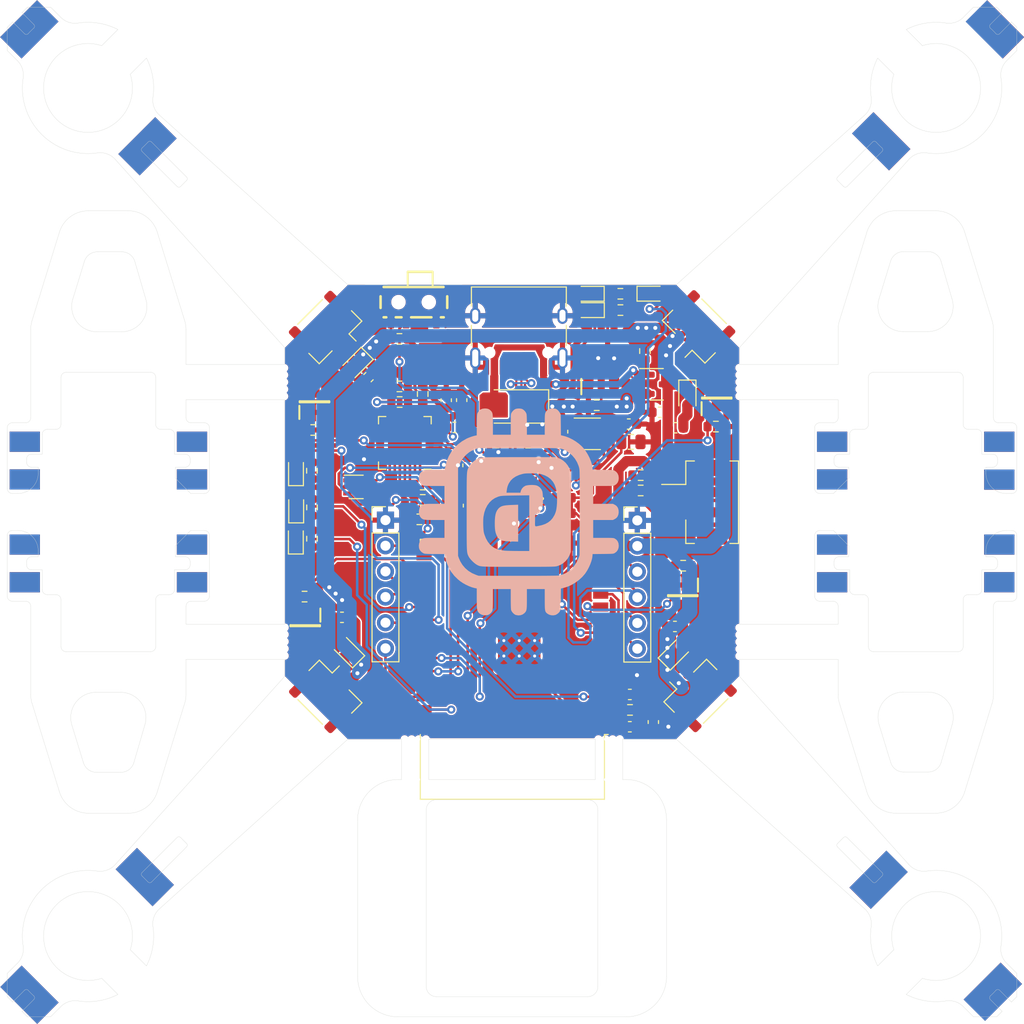
<source format=kicad_pcb>
(kicad_pcb (version 20240108) (generator "pcbnew") (generator_version "8.0")
  (layers (0 "F.Cu" signal) (31 "B.Cu" signal) (34 "B.Paste" user) (35 "F.Paste" user) (36 "B.SilkS" user "B.Silkscreen") (37 "F.SilkS" user "F.Silkscreen") (38 "B.Mask" user) (39 "F.Mask" user) (44 "Edge.Cuts" user))
  (net 0 "")
  (net 1 "VBUS")
  (net 2 "GND")
  (net 3 "Net-(U3-BP)")
  (net 4 "+3V3")
  (net 5 "+BATT")
  (net 6 "Net-(U6-VDD)")
  (net 7 "/EN")
  (net 8 "Net-(U9-REGOUT)")
  (net 9 "Net-(U9-CPOUT)")
  (net 10 "Net-(D2-A)")
  (net 11 "Net-(D3-A)")
  (net 12 "Net-(D4-A)")
  (net 13 "Net-(D5-A)")
  (net 14 "+5V")
  (net 15 "Net-(IC1-PROG)")
  (net 16 "Net-(IC1-~{STDBY})")
  (net 17 "Net-(IC1-~{CHRG})")
  (net 19 "/D+")
  (net 20 "/D-")
  (net 24 "/RXD2")
  (net 25 "/TXD2")
  (net 26 "/SDA")
  (net 27 "/SCL")
  (net 28 "/SRV_1")
  (net 29 "/SRV_2")
  (net 30 "/SRV_3")
  (net 31 "/SRV_4")
  (net 32 "Net-(LED1-A)")
  (net 33 "Net-(LED2-K)")
  (net 34 "Net-(LED3-K)")
  (net 35 "Net-(LED4-K)")
  (net 36 "/LED_1")
  (net 37 "Net-(LED5-K)")
  (net 38 "/LED_2")
  (net 39 "Net-(LED6-K)")
  (net 40 "/LED_3")
  (net 41 "/LDO_H")
  (net 42 "Net-(U6-VBUS)")
  (net 43 "Net-(U6-~{RST})")
  (net 44 "Net-(U6-TXD)")
  (net 45 "/RX")
  (net 46 "Net-(U6-RXD)")
  (net 47 "/TX")
  (net 48 "/IO0")
  (net 49 "Net-(U9-AD0)")
  (net 50 "/MOT_1")
  (net 51 "/MOT_2")
  (net 52 "/MOT_3")
  (net 53 "/MOT_4")
  (net 54 "LDO_EN")
  (net 55 "/ADC_BAT")
  (net 72 "/RTS")
  (net 74 "/DTR")
  (net 77 "/EXI5")
  (net 78 "/EXIO1")
  (net 85 "/EXIO2")
  (net 86 "/EXIO3")
  (net 87 "/EXIO4")
  (footprint "ESP32_TouchDown_lib:1mm hole" (layer "F.Cu") (at 153.4 98.67053)
    (property "Reference" "REF**" (hide yes))
    (property "Value" "1mm hole" (hide yes))
  )
  (footprint "ESP32_TouchDown_lib:1mm hole" (layer "F.Cu") (at 153.4 99.373686)
    (property "Reference" "REF**" (hide yes))
    (property "Value" "1mm hole" (hide yes))
  )
  (footprint "ESP32_TouchDown_lib:1mm hole" (layer "F.Cu") (at 140.856842 109.01 90)
    (property "Reference" "REF**" (hide yes))
    (property "Value" "1mm hole" (hide yes))
  )
  (footprint "ESP32_TouchDown_lib:1mm hole" (layer "F.Cu") (at 108.39 99.343686)
    (property "Reference" "REF**" (hide yes))
    (property "Value" "1mm hole" (hide yes))
  )
  (footprint "ESP32_TouchDown_lib:1mm hole" (layer "F.Cu") (at 163.19 74.366842)
    (property "Reference" "REF**" (hide yes))
    (property "Value" "1mm hole" (hide yes))
  )
  (footprint "Resistor_SMD:R_0603_1608Metric" (layer "F.Cu") (at 111.08055 86.05393 -90)
    (property "Reference" "R16" (hide yes))
    (property "Value" "1K")
  )
  (footprint "SI2302DS-T1:SOT95P237X112-3N" (layer "F.Cu") (at 110.41126 97.77222 -90)
    (property "Reference" "T1" (hide yes))
    (property "Value" "SI2302DS-T1" (hide yes))
  )
  (footprint "ESP32_TouchDown_lib:1mm hole" (layer "F.Cu") (at 153.4 100.076842)
    (property "Reference" "REF**" (hide yes))
    (property "Value" "1mm hole" (hide yes))
  )
  (footprint "ESP32_TouchDown_lib:1mm hole" (layer "F.Cu") (at 163.19 73.663686)
    (property "Reference" "REF**" (hide yes))
    (property "Value" "1mm hole" (hide yes))
  )
  (footprint "Capacitor_SMD:C_0603_1608Metric" (layer "F.Cu") (at 124.37618 75.43546 90)
    (property "Reference" "C7" (hide yes))
    (property "Value" "10uf")
  )
  (footprint "ESP32_TouchDown_lib:1mm hole" (layer "F.Cu") (at 98.6 97.96457)
    (property "Reference" "REF**" (hide yes))
    (property "Value" "1mm hole" (hide yes))
  )
  (footprint "Capacitor_SMD:C_0603_1608Metric" (layer "F.Cu") (at 144.89049 107.31246 90)
    (property "Reference" "C9" (hide yes))
    (property "Value" "10uf")
  )
  (footprint "Resistor_SMD:R_0603_1608Metric" (layer "F.Cu") (at 139.28217 75.93203 180)
    (property "Reference" "Rprog1" (hide yes))
    (property "Value" "3.3K")
  )
  (footprint "Resistor_SMD:R_0603_1608Metric" (layer "F.Cu") (at 135.97763 85.09635)
    (property "Reference" "R12" (hide yes))
    (property "Value" "10k")
  )
  (footprint "Capacitor_SMD:C_0603_1608Metric" (layer "F.Cu") (at 126.57963 85.8774 90)
    (property "Reference" "C13" (hide yes))
    (property "Value" "0.1uf")
  )
  (footprint "Resistor_SMD:R_0603_1608Metric" (layer "F.Cu") (at 111.08055 89.154 -90)
    (property "Reference" "R15" (hide yes))
    (property "Value" "1K")
  )
  (footprint "Resistor_SMD:R_0603_1608Metric" (layer "F.Cu") (at 119.76481 75.61834 180)
    (property "Reference" "R7" (hide yes))
    (property "Value" "10k")
  )
  (footprint "Capacitor_SMD:C_0805_2012Metric" (layer "F.Cu") (at 142.66545 79.56423)
    (property "Reference" "C3" (hide yes))
    (property "Value" "2.2uF")
  )
  (footprint "Resistor_SMD:R_0603_1608Metric" (layer "F.Cu") (at 142.57782 106.11231 180)
    (property "Reference" "R10" (hide yes))
    (property "Value" "10k")
  )
  (footprint "Resistor_SMD:R_0603_1608Metric" (layer "F.Cu") (at 132.48894 79.6417 180)
    (property "Reference" "R13" (hide yes))
    (property "Value" "4.7k")
  )
  (footprint "ESP32_TouchDown_lib:1mm hole" (layer "F.Cu") (at 163.19 72.96053)
    (property "Reference" "REF**" (hide yes))
    (property "Value" "1mm hole" (hide yes))
  )
  (footprint "ESP32_TouchDown_lib:1mm hole" (layer "F.Cu") (at 139.45053 113.01 90)
    (property "Reference" "REF**" (hide yes))
    (property "Value" "1mm hole" (hide yes))
  )
  (footprint "Connector_USB:USB_C_Receptacle_HRO_TYPE-C-31-M-12" (layer "F.Cu") (at 131.57073 68.12407 180)
    (property "Reference" "J1" (hide yes))
    (property "Value" "USB_C_Receptacle_USB2.0")
  )
  (footprint "Resistor_SMD:R_0603_1608Metric" (layer "F.Cu") (at 121.71426 87.2363 180)
    (property "Reference" "R11" (hide yes))
    (property "Value" "10k")
  )
  (footprint "ESP32_TouchDown_lib:1mm hole" (layer "F.Cu") (at 108.34 72.24457)
    (property "Reference" "REF**" (hide yes))
    (property "Value" "1mm hole" (hide yes))
  )
  (footprint "Package_TO_SOT_SMD:SOT-363_SC-70-6" (layer "F.Cu") (at 115.45189 84.02447)
    (property "Reference" "U7" (hide yes))
    (property "Value" "2N7002DW")
  )
  (footprint "ESP32_TouchDown_lib:1mm hole" (layer "F.Cu") (at 108.39 98.64053)
    (property "Reference" "REF**" (hide yes))
    (property "Value" "1mm hole" (hide yes))
  )
  (footprint "ESP32_TouchDown_lib:1mm hole" (layer "F.Cu") (at 163.2 97.97457)
    (property "Reference" "REF**" (hide yes))
    (property "Value" "1mm hole" (hide yes))
  )
  (footprint "MPU6050:MPU6050" (layer "F.Cu") (at 130.96094 83.93542 180)
    (property "Reference" "U9" (hide yes))
    (property "Value" "MPU-6050" (hide yes))
  )
  (footprint "ESP32_TouchDown_lib:1mm hole" (layer "F.Cu") (at 153.4 74.336842)
    (property "Reference" "REF**" (hide yes))
    (property "Value" "1mm hole" (hide yes))
  )
  (footprint "ESP32_TouchDown_lib:1mm hole" (layer "F.Cu") (at 163.2 99.373686)
    (property "Reference" "REF**" (hide yes))
    (property "Value" "1mm hole" (hide yes))
  )
  (footprint "ESP32_TouchDown_lib:1mm hole" (layer "F.Cu") (at 121.656842 109.01 90)
    (property "Reference" "REF**" (hide yes))
    (property "Value" "1mm hole" (hide yes))
  )
  (footprint "LED_SMD:LED_0603_1608Metric" (layer "F.Cu") (at 138.54716 66.51371 180)
    (property "Reference" "LED3" (hide yes))
    (property "Value" "CHG")
  )
  (footprint "Capacitor_SMD:C_0603_1608Metric" (layer "F.Cu") (at 142.45971 77.8002)
    (property "Reference" "C4" (hide yes))
    (property "Value" "10u")
  )
  (footprint "LED_SMD:LED_0603_1608Metric" (layer "F.Cu") (at 109.49559 82.41284 90)
    (property "Reference" "LED6" (hide yes))
    (property "Value" "LED")
  )
  (footprint "ESP32_TouchDown_lib:1mm hole" (layer "F.Cu") (at 120.953686 109.01 90)
    (property "Reference" "REF**" (hide yes))
    (property "Value" "1mm hole" (hide yes))
  )
  (footprint "LED_SMD:LED_0603_1608Metric" (layer "F.Cu") (at 144.75841 64.88684)
    (property "Reference" "LED1" (hide yes))
    (property "Value" "POW_LED")
  )
  (footprint "ESP32_TouchDown_lib:1mm hole" (layer "F.Cu") (at 140.856842 113.01 90)
    (property "Reference" "REF**" (hide yes))
    (property "Value" "1mm hole" (hide yes))
  )
  (footprint "Package_DFN_QFN:QFN-28-1EP_5x5mm_P0.5mm_EP3.35x3.35mm" (layer "F.Cu") (at 120.27916 79.66456 180)
    (property "Reference" "U6" (hide yes))
    (property "Value" "CP2102N-Axx-xQFN28")
  )
  (footprint "RF_Module:ESP32-WROOM-32" (layer "F.Cu") (at 130.92811 99.10145 180)
    (property "Reference" "U8" (hide yes))
    (property "Value" "ESP32-WROOM-32")
  )
  (footprint "Capacitor_SMD:C_0603_1608Metric" (layer "F.Cu") (at 145.53692 76.63307 180)
    (property "Reference" "C5" (hide yes))
    (property "Value" "10uF")
  )
  (footprint "ESP32_TouchDown_lib:1mm hole" (layer "F.Cu") (at 98.6 98.66053)
    (property "Reference" "REF**" (hide yes))
    (property "Value" "1mm hole" (hide yes))
  )
  (footprint "ESP32_TouchDown_lib:slide switch spdt" (layer "F.Cu") (at 121.14911 66.14811 180)
    (property "Reference" "SW1" (hide yes))
    (property "Value" "K3-1280S-F1 ")
  )
  (footprint "ESP32_TouchDown_lib:1mm hole" (layer "F.Cu") (at 141.56 113.01 90)
    (property "Reference" "REF**" (hide yes))
    (property "Value" "1mm hole" (hide yes))
  )
  (footprint "Diode_SMD:D_SOD-323" (layer "F.Cu") (at 147.02409 100.51034 45)
    (property "Reference" "D5" (hide yes))
    (property "Value" "1N4148W")
  )
  (footprint "ESP32_TouchDown_lib:1mm hole" (layer "F.Cu") (at 122.35 113 90)
    (property "Reference" "REF**" (hide yes))
    (property "Value" "1mm hole" (hide yes))
  )
  (footprint "Resistor_SMD:R_0603_1608Metric" (layer "F.Cu") (at 122.04827 74.82586 90)
    (property "Reference" "R6" (hide yes))
    (property "Value" "22.1k")
  )
  (footprint "ESP32_TouchDown_lib:1mm hole" (layer "F.Cu") (at 98.62 74.366842)
    (property "Reference" "REF**" (hide yes))
    (property "Value" "1mm hole" (hide yes))
  )
  (footprint "ESP32_TouchDown_lib:1mm hole" (layer "F.Cu") (at 153.4 72.93053)
    (property "Reference" "REF**" (hide yes))
    (property "Value" "1mm hole" (hide yes))
  )
  (footprint "Resistor_SMD:R_0603_1608Metric" (layer "F.Cu") (at 111.20628 78.38694 180)
    (property "Reference" "R19" (hide yes))
    (property "Value" "10k")
  )
  (footprint "Capacitor_SMD:C_0603_1608Metric" (layer "F.Cu") (at 116.67617 73.152 -135)
    (property "Reference" "C16" (hide yes))
    (property "Value" "1uf")
  )
  (footprint "ESP32_TouchDown_lib:1mm hole" (layer "F.Cu") (at 163.2 98.67053)
    (property "Reference" "REF**" (hide yes))
    (property "Value" "1mm hole" (hide yes))
  )
  (footprint "Resistor_SMD:R_0603_1608Metric" (layer "F.Cu") (at 143.63573 84.37626)
    (property "Reference" "U5" (hide yes))
    (property "Value" "100K")
  )
  (footprint "Resistor_SMD:R_0603_1608Metric" (layer "F.Cu") (at 111.07293 82.423 -90)
    (property "Reference" "R17" (hide yes))
    (property "Value" "1K")
  )
  (footprint "Resistor_SMD:R_0603_1608Metric" (layer "F.Cu") (at 135.97763 86.63432)
    (property "Reference" "R14" (hide yes))
    (property "Value" "10k")
  )
  (footprint "ESP32_TouchDown_lib:1mm hole" (layer "F.Cu") (at 121.646842 113 90)
    (property "Reference" "REF**" (hide yes))
    (property "Value" "1mm hole" (hide yes))
  )
  (footprint "ESP32_TouchDown_lib:1mm hole" (layer "F.Cu") (at 108.39 100.75)
    (property "Reference" "REF**" (hide yes))
    (property "Value" "1mm hole" (hide yes))
  )
  (footprint "ESP32_TouchDown_lib:1mm hole" (layer "F.Cu") (at 108.34 72.94053)
    (property "Reference" "REF**" (hide yes))
    (property "Value" "1mm hole" (hide yes))
  )
  (footprint "Capacitor_SMD:C_0603_1608Metric" (layer "F.Cu") (at 125.90907 75.42784 90)
    (property "Reference" "C6" (hide yes))
    (property "Value" "0.1uf")
  )
  (footprint "Resistor_SMD:R_0603_1608Metric" (layer "F.Cu") (at 141.6304 66.51117)
    (property "Reference" "R4" (hide yes))
    (property "Value" "1.3K")
  )
  (footprint "ESP32_TouchDown_lib:1mm hole" (layer "F.Cu") (at 98.62 72.96053)
    (property "Reference" "REF**" (hide yes))
    (property "Value" "1mm hole" (hide yes))
  )
  (footprint "Capacitor_SMD:C_0603_1608Metric" (layer "F.Cu") (at 138.06424 81.40319 180)
    (property "Reference" "C2" (hide yes))
    (property "Value" "470pF")
  )
  (footprint "Resistor_SMD:R_0603_1608Metric" (layer "F.Cu") (at 147.84451 91.82989)
    (property "Reference" "R21" (hide yes))
    (property "Value" "10k")
  )
  (footprint "ESP32_TouchDown_lib:1mm hole" (layer "F.Cu") (at 98.62 73.663686)
    (property "Reference" "REF**" (hide yes))
    (property "Value" "1mm hole" (hide yes))
  )
  (footprint "Resistor_SMD:R_0603_1608Metric" (layer "F.Cu") (at 110.34522 94.88805)
    (property "Reference" "R18" (hide yes))
    (property "Value" "10k")
  )
  (footprint "Capacitor_SMD:C_0603_1608Metric" (layer "F.Cu") (at 125.18644 78.12913)
    (property "Reference" "C8" (hide yes))
    (property "Value" "1uf")
  )
  (footprint "Capacitor_SMD:C_0603_1608Metric" (layer "F.Cu") (at 147.08632 78.16596)
    (property "Reference" "C17" (hide yes))
    (property "Value" "1uf")
  )
  (footprint "SI2302DS-T1:SOT95P237X112-3N" (layer "F.Cu") (at 147.80768 94.79661 -90)
    (property "Reference" "T4" (hide yes))
    (property "Value" "SI2302DS-T1" (hide yes))
  )
  (footprint "ESP32_TouchDown_lib:1mm hole" (layer "F.Cu") (at 108.34 74.346842)
    (property "Reference" "REF**" (hide yes))
    (property "Value" "1mm hole" (hide yes))
  )
  (footprint "Connector_JST:JST_GH_SM02B-GHS-TB_1x02-1MP_P1.25mm_Horizontal" (layer "F.Cu") (at 112.69726 68.50253 -135)
    (property "Reference" "J5" (hide yes))
    (property "Value" "Conn_01x02_Female")
  )
  (footprint "ESP32_TouchDown_lib:1mm hole" (layer "F.Cu") (at 98.62 72.26457)
    (property "Reference" "REF**" (hide yes))
    (property "Value" "1mm hole" (hide yes))
  )
  (footprint "ESP32_TouchDown_lib:1mm hole" (layer "F.Cu") (at 153.4 73.633686)
    (property "Reference" "REF**" (hide yes))
    (property "Value" "1mm hole" (hide yes))
  )
  (footprint "ESP32_TouchDown_lib:1mm hole" (layer "F.Cu") (at 153.4 100.78)
    (property "Reference" "REF**" (hide yes))
    (property "Value" "1mm hole" (hide yes))
  )
  (footprint "SI2302DS-T1:SOT95P237X112-3N" (layer "F.Cu") (at 111.32947 75.59294 90)
    (property "Reference" "T2" (hide yes))
    (property "Value" "SI2302DS-T1" (hide yes))
  )
  (footprint "Resistor_SMD:R_0603_1608Metric" (layer "F.Cu") (at 143.63573 82.85607 180)
    (property "Reference" "U4" (hide yes))
    (property "Value" "100K")
  )
  (footprint "Resistor_SMD:R_0603_1608Metric" (layer "F.Cu") (at 119.74322 74.06894)
    (property "Reference" "R5" (hide yes))
    (property "Value" "47.5k")
  )
  (footprint "ESP32_TouchDown_lib:1mm hole" (layer "F.Cu") (at 153.4 97.97457)
    (property "Reference" "REF**" (hide yes))
    (property "Value" "1mm hole" (hide yes))
  )
  (footprint "ESP32_TouchDown_lib:1mm hole" (layer "F.Cu") (at 108.39 97.94457)
    (property "Reference" "REF**" (hide yes))
    (property "Value" "1mm hole" (hide yes))
  )
  (footprint "Diode_SMD:D_SOD-323" (layer "F.Cu") (at 115.48872 71.85533 -135)
    (property "Reference" "D3" (hide yes))
    (property "Value" "1N4148W")
  )
  (footprint "ESP32_TouchDown_lib:1mm hole" (layer "F.Cu") (at 108.34 73.643686)
    (property "Reference" "REF**" (hide yes))
    (property "Value" "1mm hole" (hide yes))
  )
  (footprint "Capacitor_SMD:C_0603_1608Metric" (layer "F.Cu") (at 142.56161 107.77982)
    (property "Reference" "C10" (hide yes))
    (property "Value" "1uf")
  )
  (footprint "Connector_JST:JST_GH_SM02B-GHS-TB_1x02-1MP_P1.25mm_Horizontal" (layer "F.Cu") (at 149.25421 104.41305 45)
    (property "Reference" "J4" (hide yes))
    (property "Value" "Conn_01x02_Female")
  )
  (footprint "ESP32_TouchDown_lib:1mm hole" (layer "F.Cu") (at 163.2 100.076842)
    (property "Reference" "REF**" (hide yes))
    (property "Value" "1mm hole" (hide yes))
  )
  (footprint "ESP32_TouchDown_lib:1mm hole" (layer "F.Cu") (at 122.36 109.01 90)
    (property "Reference" "REF**" (hide yes))
    (property "Value" "1mm hole" (hide yes))
  )
  (footprint "ESP32_TouchDown_lib:1mm hole" (layer "F.Cu") (at 98.62 75.07)
    (property "Reference" "REF**" (hide yes))
    (property "Value" "1mm hole" (hide yes))
  )
  (footprint "Diode_SMD:D_SOD-323" (layer "F.Cu") (at 148.26107 74.94397 -90)
    (property "Reference" "D4" (hide yes))
    (property "Value" "1N4148W")
  )
  (footprint "Resistor_SMD:R_0603_1608Metric" (layer "F.Cu") (at 138.07313 82.91957)
    (property "Reference" "R1" (hide yes))
    (property "Value" "470R")
  )
  (footprint "ESP32_TouchDown_lib:1mm hole" (layer "F.Cu") (at 120.24053 113 90)
    (property "Reference" "REF**" (hide yes))
    (property "Value" "1mm hole" (hide yes))
  )
  (footprint "ESP32_TouchDown_lib:1mm hole" (layer "F.Cu") (at 98.6 100.77)
    (property "Reference" "REF**" (hide yes))
    (property "Value" "1mm hole" (hide yes))
  )
  (footprint "ESP32_TouchDown_lib:1mm hole" (layer "F.Cu") (at 153.4 72.23457)
    (property "Reference" "REF**" (hide yes))
    (property "Value" "1mm hole" (hide yes))
  )
  (footprint "ESP32_TouchDown_lib:1mm hole" (layer "F.Cu") (at 120.943686 113 90)
    (property "Reference" "REF**" (hide yes))
    (property "Value" "1mm hole" (hide yes))
  )
  (footprint "Capacitor_SMD:C_0603_1608Metric" (layer "F.Cu") (at 147.02917 97.84588)
    (property "Reference" "C18" (hide yes))
    (property "Value" "1uf")
  )
  (footprint "Capacitor_SMD:C_0603_1608Metric" (layer "F.Cu") (at 142.56258 104.58069)
    (property "Reference" "C11" (hide yes))
    (property "Value" "0.1uf")
  )
  (footprint "Capacitor_SMD:C_0603_1608Metric" (layer "F.Cu") (at 126.53264 81.88833 90)
    (property "Reference" "C14" (hide yes))
    (property "Value" "10uf")
  )
  (footprint "Resistor_SMD:R_0603_1608Metric" (layer "F.Cu") (at 122.05081 83.78952)
    (property "Reference" "R8" (hide yes))
    (property "Value" "1k")
  )
  (footprint "SI2302DS-T1:SOT95P237X112-3N" (layer "F.Cu") (at 151.16937 75.22464 90)
    (property "Reference" "T3" (hide yes))
    (property "Value" "SI2302DS-T1" (hide yes))
  )
  (footprint "Resistor_SMD:R_0603_1608Metric" (layer "F.Cu") (at 144.06118 70.56755 90)
    (property "Reference" "U1" (hide yes))
    (property "Value" "100K")
  )
  (footprint "Connector_JST:JST_PH_B2B-PH-SM4-TB_1x02-1MP_P2.00mm_Vertical" (layer "F.Cu") (at 148.96503 85.54085 -90)
    (property "Reference" "J3" (hide yes))
    (property "Value" " B2B-PH-SM4-TB(LF)(SN) ")
  )
  (footprint "LED_SMD:LED_0603_1608Metric" (layer "F.Cu") (at 109.51464 86.09997 90)
    (property "Reference" "LED5" (hide yes))
    (property "Value" "LED")
  )
  (footprint "ESP32_TouchDown_lib:1mm hole" (layer "F.Cu") (at 108.39 100.046842)
    (property "Reference" "REF**" (hide yes))
    (property "Value" "1mm hole" (hide yes))
  )
  (footprint "Resistor_SMD:R_0603_1608Metric" (layer "F.Cu") (at 141.62278 64.89573)
    (property "Reference" "R3" (hide yes))
    (property "Value" "1.3K")
  )
  (footprint "Package_TO_SOT_SMD:SOT-23-5" (layer "F.Cu") (at 138.85037 78.7654)
    (property "Reference" "U3" (hide yes))
    (property "Value" "MIC5219-3.3YM5")
  )
  (footprint "Connector_PinHeader_2.54mm:PinHeader_1x06_P2.54mm_Vertical" (layer "F.Cu") (at 118.35892 87.31377)
    (property "Reference" "J8" (hide yes))
    (property "Value" "Conn_01x06_Female" (hide yes))
  )
  (footprint "ESP32_TouchDown_lib:1mm hole" (layer "F.Cu") (at 153.4 75.04)
    (property "Reference" "REF**" (hide yes))
    (property "Value" "1mm hole" (hide yes))
  )
  (footprint "Resistor_SMD:R_0603_1608Metric" (layer "F.Cu") (at 119.74195 69.36486 180)
    (property "Reference" "R2" (hide yes))
    (property "Value" "100K")
  )
  (footprint "ESP32_TouchDown_lib:1mm hole" (layer "F.Cu") (at 98.6 99.363686)
    (property "Reference" "REF**" (hide yes))
    (property "Value" "1mm hole" (hide yes))
  )
  (footprint "Diode_SMD:D_SMA" (layer "F.Cu") (at 131.12242 76.05649 180)
    (property "Reference" "D1" (hide yes))
    (property "Value" "SS34")
  )
  (footprint "ESP32_TouchDown_lib:1mm hole" (layer "F.Cu") (at 120.25053 109.01 90)
    (property "Reference" "REF**" (hide yes))
    (property "Value" "1mm hole" (hide yes))
  )
  (footprint "Capacitor_SMD:C_0603_1608Metric" (layer "F.Cu") (at 129.44221 79.63535 180)
    (property "Reference" "C12" (hide yes))
    (property "Value" "0.1uf")
  )
  (footprint "Resistor_SMD:R_0603_1608Metric" (layer "F.Cu") (at 151.08428 78.04785 180)
    (property "Reference" "R20" (hide yes))
    (property "Value" "10k")
  )
  (footprint "ESP32_TouchDown_lib:1mm hole" (layer "F.Cu") (at 139.45053 109.01 90)
    (property "Reference" "REF**" (hide yes))
    (property "Value" "1mm hole" (hide yes))
  )
  (footprint "Capacitor_SMD:C_0603_1608Metric" (layer "F.Cu") (at 135.90397 78.55204 -90)
    (property "Reference" "C1" (hide yes))
    (property "Value" "10u")
  )
  (footprint "ESP32_TouchDown_lib:1mm hole" (layer "F.Cu") (at 98.6 100.066842)
    (property "Reference" "REF**" (hide yes))
    (property "Value" "1mm hole" (hide yes))
  )
  (footprint "LED_SMD:LED_0603_1608Metric" (layer "F.Cu") (at 138.53668 64.89827 180)
    (property "Reference" "LED2" (hide yes))
    (property "Value" "CHG")
  )
  (footprint "tp4056:SOIC127P600X175-9N" (layer "F.Cu") (at 140.36167 71.37527 90)
    (property "Reference" "IC1" (hide yes))
    (property "Value" "TP4056" (hide yes))
  )
  (footprint "Connector_JST:JST_GH_SM02B-GHS-TB_1x02-1MP_P1.25mm_Horizontal" (layer "F.Cu") (at 149.10054 68.44284 135)
    (property "Reference" "J6" (hide yes))
    (property "Value" "Conn_01x02_Female")
  )
  (footprint "ESP32_TouchDown_lib:1mm hole" (layer "F.Cu") (at 108.34 75.05)
    (property "Reference" "REF**" (hide yes))
    (property "Value" "1mm hole" (hide yes))
  )
  (footprint "LED_SMD:LED_0603_1608Metric" (layer "F.Cu") (at 109.48162 89.18353 90)
    (property "Reference" "LED4" (hide yes))
    (property "Value" "LED")
  )
  (footprint "ESP32_TouchDown_lib:1mm hole" (layer "F.Cu") (at 163.2 100.78)
    (property "Reference" "REF**" (hide yes))
    (property "Value" "1mm hole" (hide yes))
  )
  (footprint "Package_TO_SOT_SMD:SOT-23" (layer "F.Cu") (at 145.2245 73.86066)
    (property "Reference" "U2" (hide yes))
    (property "Value" "AO3401")
  )
  (footprint "ESP32_TouchDown_lib:1mm hole" (layer "F.Cu") (at 140.153686 113.01 90)
    (property "Reference" "REF**" (hide yes))
    (property "Value" "1mm hole" (hide yes))
  )
  (footprint "ESP32_TouchDown_lib:1mm hole" (layer "F.Cu") (at 140.153686 109.01 90)
    (property "Reference" "REF**" (hide yes))
    (property "Value" "1mm hole" (hide yes))
  )
  (footprint "ESP32_TouchDown_lib:1mm hole" (layer "F.Cu") (at 163.19 75.07)
    (property "Reference" "REF**" (hide yes))
    (property "Value" "1mm hole" (hide yes))
  )
  (footprint "ESP32_TouchDown_lib:1mm hole" (layer "F.Cu") (at 141.56 109.01 90)
    (property "Reference" "REF**" (hide yes))
    (property "Value" "1mm hole" (hide yes))
  )
  (footprint "ESP32_TouchDown_lib:1mm hole" (layer "F.Cu") (at 163.19 72.26457)
    (property "Reference" "REF**" (hide yes))
    (property "Value" "1mm hole" (hide yes))
  )
  (footprint "Connector_JST:JST_GH_SM02B-GHS-TB_1x02-1MP_P1.25mm_Horizontal" (layer "F.Cu") (at 112.7125 104.50576 -45)
    (property "Reference" "J2" (hide yes))
    (property "Value" "Conn_01x02_Female")
  )
  (footprint "Capacitor_SMD:C_0603_1608Metric" (layer "F.Cu") (at 114.05108 96.94164 180)
    (property "Reference" "C15" (hide yes))
    (property "Value" "1uf")
  )
  (footprint "Resistor_SMD:R_0603_1608Metric" (layer "F.Cu") (at 122.04954 85.30971)
    (property "Reference" "R9" (hide yes))
    (property "Value" "1k")
  )
  (footprint "Connector_PinHeader_2.54mm:PinHeader_1x06_P2.54mm_Vertical" (layer "F.Cu") (at 143.30299 87.34171)
    (property "Reference" "J9" (hide yes))
    (property "Value" "Conn_01x06_Female" (hide yes))
  )
  (footprint "Diode_SMD:D_SOD-323" (layer "F.Cu") (at 114.63655 100.28682 135)
    (property "Reference" "D2" (hide yes))
    (property "Value" "1N4148W")
  )
  (footprint "LOGO" (layer "B.Cu") (at 131.5 86.5 180)
    (property "Reference" "G***" (hide yes))
    (property "Value" "LOGO" (hide yes))
  )
  (gr_poly (pts (xy 100.69741 78.54899) (xy 97.69742 78.54899) (xy 97.69742 80.54899) (xy 100.69741 80.54899)) (fill solid) (layer "F.Cu"))
  (gr_poly (pts (xy 175.83994 37.939282) (xy 179.50389 41.604502) (xy 181.62098 39.478522) (xy 177.96211 35.817112)) (fill solid) (layer "F.Cu"))
  (gr_poly (pts (xy 85.98916 135.09244) (xy 82.32521 131.42722) (xy 80.20812 133.5532) (xy 83.86699 137.21461)) (fill solid) (layer "F.Cu"))
  (gr_poly (pts (xy 84.13737 82.28279) (xy 81.13738 82.28279) (xy 81.13738 84.28279) (xy 84.13737 84.28279)) (fill solid) (layer "F.Cu"))
  (gr_poly (pts (xy 100.69741 82.28279) (xy 97.69742 82.28279) (xy 97.69742 84.28279) (xy 100.69741 84.28279)) (fill solid) (layer "F.Cu"))
  (gr_poly (pts (xy 84.13737 92.46819) (xy 81.13738 92.46819) (xy 81.13738 94.46819) (xy 84.13737 94.46819)) (fill solid) (layer "F.Cu"))
  (gr_poly (pts (xy 94.013711 53.175414) (xy 97.678931 49.511464) (xy 95.552951 47.394374) (xy 91.891541 51.053244)) (fill solid) (layer "F.Cu"))
  (gr_poly (pts (xy 82.30997 41.59631) (xy 85.97519 37.93236) (xy 83.84921 35.81527) (xy 80.1878 39.47414)) (fill solid) (layer "F.Cu"))
  (gr_poly (pts (xy 180.65737 82.30184) (xy 177.65738 82.30184) (xy 177.65738 84.30184) (xy 180.65737 84.30184)) (fill solid) (layer "F.Cu"))
  (gr_poly (pts (xy 84.13737 88.73439) (xy 81.13738 88.73439) (xy 81.13738 90.73439) (xy 84.13737 90.73439)) (fill solid) (layer "F.Cu"))
  (gr_poly (pts (xy 84.13737 78.54899) (xy 81.13738 78.54899) (xy 81.13738 80.54899) (xy 84.13737 80.54899)) (fill solid) (layer "F.Cu"))
  (gr_poly (pts (xy 164.09657 92.46819) (xy 161.09658 92.46819) (xy 161.09658 94.46819) (xy 164.09657 94.46819)) (fill solid) (layer "F.Cu"))
  (gr_poly (pts (xy 164.574045 49.020737) (xy 168.237995 52.685957) (xy 170.355085 50.559977) (xy 166.696215 46.898567)) (fill solid) (layer "F.Cu"))
  (gr_poly (pts (xy 164.09657 82.28279) (xy 161.09658 82.28279) (xy 161.09658 84.28279) (xy 164.09657 84.28279)) (fill solid) (layer "F.Cu"))
  (gr_poly (pts (xy 100.69741 88.73439) (xy 97.69742 88.73439) (xy 97.69742 90.73439) (xy 100.69741 90.73439)) (fill solid) (layer "F.Cu"))
  (gr_poly (pts (xy 180.65737 92.46184) (xy 177.65738 92.46184) (xy 177.65738 94.46184) (xy 180.65737 94.46184)) (fill solid) (layer "F.Cu"))
  (gr_poly (pts (xy 100.69741 92.46819) (xy 97.69742 92.46819) (xy 97.69742 94.46819) (xy 100.69741 94.46819)) (fill solid) (layer "F.Cu"))
  (gr_poly (pts (xy 167.966213 120.047966) (xy 164.300993 123.711916) (xy 166.426973 125.829006) (xy 170.088383 122.170136)) (fill solid) (layer "F.Cu"))
  (gr_poly (pts (xy 179.287742 131.128072) (xy 175.622522 134.792022) (xy 177.748502 136.909112) (xy 181.409912 133.250242)) (fill solid) (layer "F.Cu"))
  (gr_poly (pts (xy 180.65737 78.54899) (xy 177.65738 78.54899) (xy 177.65738 80.54899) (xy 180.65737 80.54899)) (fill solid) (layer "F.Cu"))
  (gr_poly (pts (xy 180.65737 88.73439) (xy 177.65738 88.73439) (xy 177.65738 90.73439) (xy 180.65737 90.73439)) (fill solid) (layer "F.Cu"))
  (gr_poly (pts (xy 164.09657 78.54899) (xy 161.09658 78.54899) (xy 161.09658 80.54899) (xy 164.09657 80.54899)) (fill solid) (layer "F.Cu"))
  (gr_poly (pts (xy 97.411917 123.437451) (xy 93.747967 119.772231) (xy 91.630877 121.898211) (xy 95.289747 125.559621)) (fill solid) (layer "F.Cu"))
  (gr_poly (pts (xy 164.09657 88.73439) (xy 161.09658 88.73439) (xy 161.09658 90.73439) (xy 164.09657 90.73439)) (fill solid) (layer "F.Cu"))
  (gr_poly (pts (xy 168.227882 52.684779) (xy 164.562662 49.020829) (xy 166.688642 46.903739) (xy 170.350052 50.562609)) (fill solid) (layer "B.Cu"))
  (gr_poly (pts (xy 84.13521 78.54975) (xy 81.13522 78.54975) (xy 81.13522 80.54975) (xy 84.13521 80.54975)) (fill solid) (layer "B.Cu"))
  (gr_poly (pts (xy 84.13521 88.73515) (xy 81.13522 88.73515) (xy 81.13522 90.73515) (xy 84.13521 90.73515)) (fill solid) (layer "B.Cu"))
  (gr_poly (pts (xy 180.65521 92.4626) (xy 177.65522 92.4626) (xy 177.65522 94.4626) (xy 180.65521 94.4626)) (fill solid) (layer "B.Cu"))
  (gr_poly (pts (xy 180.65521 78.54975) (xy 177.65522 78.54975) (xy 177.65522 80.54975) (xy 180.65521 80.54975)) (fill solid) (layer "B.Cu"))
  (gr_poly (pts (xy 180.65521 88.73515) (xy 177.65522 88.73515) (xy 177.65522 90.73515) (xy 180.65521 90.73515)) (fill solid) (layer "B.Cu"))
  (gr_poly (pts (xy 179.284972 131.139272) (xy 175.619752 134.803222) (xy 177.745732 136.920312) (xy 181.407142 133.261442)) (fill solid) (layer "B.Cu"))
  (gr_poly (pts (xy 97.41012 123.438588) (xy 93.74617 119.773368) (xy 91.62908 121.899348) (xy 95.28795 125.560758)) (fill solid) (layer "B.Cu"))
  (gr_poly (pts (xy 164.09441 88.73515) (xy 161.09442 88.73515) (xy 161.09442 90.73515) (xy 164.09441 90.73515)) (fill solid) (layer "B.Cu"))
  (gr_poly (pts (xy 167.970803 120.041992) (xy 164.305583 123.705942) (xy 166.431563 125.823032) (xy 170.092973 122.164162)) (fill solid) (layer "B.Cu"))
  (gr_poly (pts (xy 164.09441 92.46895) (xy 161.09442 92.46895) (xy 161.09442 94.46895) (xy 164.09441 94.46895)) (fill solid) (layer "B.Cu"))
  (gr_poly (pts (xy 82.31124 41.59758) (xy 85.97646 37.93363) (xy 83.85048 35.81654) (xy 80.18907 39.47541)) (fill solid) (layer "B.Cu"))
  (gr_poly (pts (xy 94.014981 53.176684) (xy 97.680201 49.512734) (xy 95.554221 47.395644) (xy 91.892811 51.054514)) (fill solid) (layer "B.Cu"))
  (gr_poly (pts (xy 100.69525 88.73515) (xy 97.69526 88.73515) (xy 97.69526 90.73515) (xy 100.69525 90.73515)) (fill solid) (layer "B.Cu"))
  (gr_poly (pts (xy 164.09441 82.28355) (xy 161.09442 82.28355) (xy 161.09442 84.28355) (xy 164.09441 84.28355)) (fill solid) (layer "B.Cu"))
  (gr_poly (pts (xy 179.483713 41.601388) (xy 175.818493 37.937438) (xy 177.944473 35.820348) (xy 181.605883 39.479218)) (fill solid) (layer "B.Cu"))
  (gr_poly (pts (xy 84.13521 82.28355) (xy 81.13522 82.28355) (xy 81.13522 84.28355) (xy 84.13521 84.28355)) (fill solid) (layer "B.Cu"))
  (gr_poly (pts (xy 84.13521 92.46895) (xy 81.13522 92.46895) (xy 81.13522 94.46895) (xy 84.13521 94.46895)) (fill solid) (layer "B.Cu"))
  (gr_poly (pts (xy 100.69525 78.54975) (xy 97.69526 78.54975) (xy 97.69526 80.54975) (xy 100.69525 80.54975)) (fill solid) (layer "B.Cu"))
  (gr_poly (pts (xy 85.987363 135.093577) (xy 82.323413 131.428357) (xy 80.206323 133.554337) (xy 83.865193 137.215747)) (fill solid) (layer "B.Cu"))
  (gr_poly (pts (xy 100.69525 92.46895) (xy 97.69526 92.46895) (xy 97.69526 94.46895) (xy 100.69525 94.46895)) (fill solid) (layer "B.Cu"))
  (gr_poly (pts (xy 100.69525 82.28355) (xy 97.69526 82.28355) (xy 97.69526 84.28355) (xy 100.69525 84.28355)) (fill solid) (layer "B.Cu"))
  (gr_poly (pts (xy 164.09441 78.54975) (xy 161.09442 78.54975) (xy 161.09442 80.54975) (xy 164.09441 80.54975)) (fill solid) (layer "B.Cu"))
  (gr_poly (pts (xy 180.65521 82.3026) (xy 177.65522 82.3026) (xy 177.65522 84.3026) (xy 180.65521 84.3026)) (fill solid) (layer "B.Cu"))
  (gr_arc (start 89.744997 112.289635) (mid 88.937928 112.034254) (end 88.445001 111.346067) (stroke (width 0.0254)) (layer "Edge.Cuts"))
  (gr_arc (start 95.10218 72.67372) (mid 95.455635 72.820132) (end 95.60204 73.17359) (stroke (width 0.0254)) (layer "Edge.Cuts"))
  (gr_arc (start 81.96174 88.34323) (mid 83.375954 88.929016) (end 83.96174 90.34323) (stroke (width 0.0254)) (layer "Edge.Cuts"))
  (gr_line (start 83.96174 82.6737) (end 83.96174 82.07375) (stroke (width 0.0254)) (layer "Edge.Cuts"))
  (gr_line (start 108.39755 97.61652) (end 98.6023 97.61652) (stroke (width 0.0254)) (layer "Edge.Cuts"))
  (gr_arc (start 177.43323 94.19336) (mid 177.286821 94.546821) (end 176.93336 94.69323) (stroke (width 0.0254)) (layer "Edge.Cuts"))
  (gr_line (start 97.46158 92.2434) (end 97.46158 94.19336) (stroke (width 0.0254)) (layer "Edge.Cuts"))
  (gr_line (start 81.43774 37.96817) (end 80.89748 38.50843) (stroke (width 0.0254)) (layer "Edge.Cuts"))
  (gr_line (start 83.96174 90.94343) (end 83.96174 90.34323) (stroke (width 0.0254)) (layer "Edge.Cuts"))
  (gr_line (start 97.46158 78.82357) (end 97.46158 80.77378) (stroke (width 0.0254)) (layer "Edge.Cuts"))
  (gr_arc (start 167.53129 50.44186) (mid 167.613116 50.614349) (end 167.549525 50.79436) (stroke (width 0.0254)) (layer "Edge.Cuts"))
  (gr_arc (start 82.4705 129.48056) (mid 84.285193 123.92837) (end 89.824564 122.074913) (stroke (width 0.0254)) (layer "Edge.Cuts"))
  (gr_arc (start 163.2834 82.07375) (mid 162.929755 81.927265) (end 162.78327 81.57362) (stroke (width 0.0254)) (layer "Edge.Cuts"))
  (gr_arc (start 146.19758 132.5085) (mid 145.02601 135.33692) (end 142.19759 136.50849) (stroke (width 0.0254)) (layer "Edge.Cuts"))
  (gr_line (start 82.81162 91.74328) (end 82.81162 91.4433) (stroke (width 0.0254)) (layer "Edge.Cuts"))
  (gr_line (start 98.6023 104.58094) (end 98.6023 101.11638) (stroke (width 0.0254)) (layer "Edge.Cuts"))
  (gr_arc (start 164.070152 54.276373) (mid 163.89 54.34) (end 163.717419 54.258013) (stroke (width 0.0254)) (layer "Edge.Cuts"))
  (gr_line (start 162.73323 84.67369) (end 164.23336 83.17357) (stroke (width 0.0254)) (layer "Edge.Cuts"))
  (gr_arc (start 96.10217 78.32369) (mid 95.748532 78.177208) (end 95.60205 77.82357) (stroke (width 0.0254)) (layer "Edge.Cuts"))
  (gr_arc (start 98.46793 67.54901) (mid 98.568337 67.987453) (end 98.602059 68.43598) (stroke (width 0.0254)) (layer "Edge.Cuts"))
  (gr_arc (start 98.665118 53.335878) (mid 98.728745 53.516034) (end 98.646758 53.688611) (stroke (width 0.0254)) (layer "Edge.Cuts"))
  (gr_line (start 176.6029 136.50849) (end 178.89754 136.50849) (stroke (width 0.0254)) (layer "Edge.Cuts"))
  (gr_arc (start 180.39741 88.34323) (mid 180.751049 88.489718) (end 180.89753 88.84336) (stroke (width 0.0254)) (layer "Edge.Cuts"))
  (gr_line (start 100.42576 77.67371) (end 99.10217 77.67371) (stroke (width 0.0254)) (layer "Edge.Cuts"))
  (gr_arc (start 95.18346 123.16054) (mid 95.003305 123.224152) (end 94.830727 123.14218) (stroke (width 0.0254)) (layer "Edge.Cuts"))
  (gr_line (start 94.26372 122.57507) (end 94.830727 123.14218) (stroke (width 0.0254)) (layer "Edge.Cuts"))
  (gr_arc (start 179.83327 84.67369) (mid 178.41907 84.087903) (end 177.83329 82.6737) (stroke (width 0.0254)) (layer "Edge.Cuts"))
  (gr_arc (start 81.39761 95.34322) (mid 81.044149 95.196811) (end 80.89774 94.84335) (stroke (width 0.0254)) (layer "Edge.Cuts"))
  (gr_arc (start 178.26457 134.79475) (mid 178.191601 134.61194) (end 178.273666 134.433028) (stroke (width 0.0254)) (layer "Edge.Cuts"))
  (gr_line (start 153.39746 101.11638) (end 163.19272 101.11638) (stroke (width 0.0254)) (layer "Edge.Cuts"))
  (gr_line (start 83.3115 90.94343) (end 83.96174 90.94343) (stroke (width 0.0254)) (layer "Edge.Cuts"))
  (gr_line (start 81.39761 84.67369) (end 81.96174 84.67369) (stroke (width 0.0254)) (layer "Edge.Cuts"))
  (gr_line (start 108.39755 101.11638) (end 108.39755 102.76891) (stroke (width 0.0254)) (layer "Edge.Cuts"))
  (gr_arc (start 82.72095 95.34322) (mid 83.074582 95.489705) (end 83.22106 95.84334) (stroke (width 0.0254)) (layer "Edge.Cuts"))
  (gr_line (start 99.01174 91.4433) (end 99.01174 91.74328) (stroke (width 0.0254)) (layer "Edge.Cuts"))
  (gr_arc (start 166.69284 100.34321) (mid 166.339379 100.196801) (end 166.19297 99.84334) (stroke (width 0.0254)) (layer "Edge.Cuts"))
  (gr_line (start 84.36153 92.2434) (end 83.3115 92.2434) (stroke (width 0.0254)) (layer "Edge.Cuts"))
  (gr_arc (start 139.39749 133.5085) (mid 139.104593 134.2156) (end 138.39749 134.50849) (stroke (width 0.0254)) (layer "Edge.Cuts"))
  (gr_arc (start 88.93277 116.34089) (mid 87.152449 115.755524) (end 86.066887 114.227861) (stroke (width 0.0254)) (layer "Edge.Cuts"))
  (gr_arc (start 123.39752 134.50849) (mid 122.69042 134.2156) (end 122.39753 133.5085) (stroke (width 0.0254)) (layer "Edge.Cuts"))
  (gr_line (start 172.86224 56.67604) (end 168.90442 56.67604) (stroke (width 0.0254)) (layer "Edge.Cuts"))
  (gr_line (start 160.86913 88.84336) (end 160.86913 94.84335) (stroke (width 0.0254)) (layer "Edge.Cuts"))
  (gr_line (start 178.57394 77.17358) (end 178.57394 68.43598) (stroke (width 0.0254)) (layer "Edge.Cuts"))
  (gr_line (start 98.6023 75.40041) (end 108.39755 75.40041) (stroke (width 0.0254)) (layer "Edge.Cuts"))
  (gr_arc (start 171.97426 122.07443) (mid 171.008264 121.975464) (end 170.202724 121.433202) (stroke (width 0.0254)) (layer "Edge.Cuts"))
  (gr_arc (start 100.92589 94.84335) (mid 100.779405 95.196995) (end 100.42576 95.34348) (stroke (width 0.0254)) (layer "Edge.Cuts"))
  (gr_line (start 141.84757 109.00842) (end 147.15795 109.00842) (stroke (width 0.0254)) (layer "Edge.Cuts"))
  (gr_arc (start 95.6023 95.19336) (mid 95.748709 94.839899) (end 96.10217 94.69349) (stroke (width 0.0254)) (layer "Edge.Cuts"))
  (gr_arc (start 174.47 65.4) (mid 174.094098 67.622739) (end 172.081948 68.639165) (stroke (width 0.0254)) (layer "Edge.Cuts"))
  (gr_arc (start 172.081952 60.71953) (mid 172.889023 60.974909) (end 173.381948 61.663098) (stroke (width 0.0254)) (layer "Edge.Cuts"))
  (gr_line (start 175.57395 73.17359) (end 175.57395 77.82357) (stroke (width 0.0254)) (layer "Edge.Cuts"))
  (gr_line (start 82.35722 37.04895) (end 83.53044 38.22217) (stroke (width 0.0254)) (layer "Edge.Cuts"))
  (gr_line (start 95.6023 73.17359) (end 95.6023 77.82357) (stroke (width 0.0254)) (layer "Edge.Cuts"))
  (gr_arc (start 83.35518 105.46791) (mid 83.254781 105.029466) (end 83.221063 104.58094) (stroke (width 0.0254)) (layer "Edge.Cuts"))
  (gr_line (start 139.39749 116.0084) (end 139.39749 133.5085) (stroke (width 0.0254)) (layer "Edge.Cuts"))
  (gr_arc (start 173.392929 111.321817) (mid 172.899999 112.010001) (end 172.092933 112.265385) (stroke (width 0.0254)) (layer "Edge.Cuts"))
  (gr_line (start 95.10218 100.34321) (end 86.72094 100.34321) (stroke (width 0.0254)) (layer "Edge.Cuts"))
  (gr_arc (start 178.48326 80.77378) (mid 178.836721 80.920189) (end 178.98313 81.27365) (stroke (width 0.0254)) (layer "Edge.Cuts"))
  (gr_line (start 86.20329 37.51961) (end 85.19211 36.50844) (stroke (width 0.0254)) (layer "Edge.Cuts"))
  (gr_line (start 86.22107 99.84334) (end 86.22107 95.19336) (stroke (width 0.0254)) (layer "Edge.Cuts"))
  (gr_arc (start 100.42576 77.67371) (mid 100.779221 77.820119) (end 100.92563 78.17358) (stroke (width 0.0254)) (layer "Edge.Cuts"))
  (gr_line (start 179.83327 84.67369) (end 180.39741 84.67369) (stroke (width 0.0254)) (layer "Edge.Cuts"))
  (gr_line (start 86.72094 72.67372) (end 95.10218 72.67372) (stroke (width 0.0254)) (layer "Edge.Cuts"))
  (gr_line (start 166.69284 72.67372) (end 175.07382 72.67372) (stroke (width 0.0254)) (layer "Edge.Cuts"))
  (gr_arc (start 85.72094 94.69323) (mid 86.074585 94.839715) (end 86.22107 95.19336) (stroke (width 0.0254)) (layer "Edge.Cuts"))
  (gr_arc (start 89.78 68.65987) (mid 87.76785 67.643444) (end 87.391948 65.420705) (stroke (width 0.0254)) (layer "Edge.Cuts"))
  (gr_line (start 108.39755 75.40041) (end 108.39755 97.61652) (stroke (width 0.0254)) (layer "Edge.Cuts"))
  (gr_line (start 98.6023 101.11638) (end 108.39755 101.11638) (stroke (width 0.0254)) (layer "Edge.Cuts"))
  (gr_line (start 86.22107 77.82357) (end 86.22107 73.17359) (stroke (width 0.0254)) (layer "Edge.Cuts"))
  (gr_arc (start 87.92541 38.08146) (mid 89.942311 38.09289) (end 91.858612 38.722026) (stroke (width 0.0254)) (layer "Edge.Cuts"))
  (gr_arc (start 83.22107 77.17358) (mid 83.074588 77.527218) (end 82.72095 77.6737) (stroke (width 0.0254)) (layer "Edge.Cuts"))
  (gr_arc (start 167.53129 50.44186) (mid 167.240588 50.165383) (end 166.964112 49.874679) (stroke (width 0.0254)) (layer "Edge.Cuts"))
  (gr_line (start 89.839997 60.740235) (end 92.230004 60.740235) (stroke (width 0.0254)) (layer "Edge.Cuts"))
  (gr_line (start 180.35702 135.04875) (end 180.89753 134.50849) (stroke (width 0.0254)) (layer "Edge.Cuts"))
  (gr_arc (start 89.82075 50.94249) (mid 90.786746 51.041456) (end 91.592286 51.583718) (stroke (width 0.0254)) (layer "Edge.Cuts"))
  (gr_line (start 84.36153 80.77378) (end 84.36153 78.82357) (stroke (width 0.0254)) (layer "Edge.Cuts"))
  (gr_line (start 177.83328 90.34323) (end 177.83328 90.94343) (stroke (width 0.0254)) (layer "Edge.Cuts"))
  (gr_line (start 153.39746 75.40041) (end 163.19272 75.40041) (stroke (width 0.0254)) (layer "Edge.Cuts"))
  (gr_arc (start 99.01174 81.57362) (mid 98.865258 81.927258) (end 98.51162 82.07374) (stroke (width 0.0254)) (layer "Edge.Cuts"))
  (gr_line (start 108.39755 102.76891) (end 91.59215 121.43308) (stroke (width 0.0254)) (layer "Edge.Cuts"))
  (gr_arc (start 97.46158 94.19336) (mid 97.315171 94.546821) (end 96.96171 94.69323) (stroke (width 0.0254)) (layer "Edge.Cuts"))
  (gr_line (start 178.57394 104.58094) (end 178.57394 95.84334) (stroke (width 0.0254)) (layer "Edge.Cuts"))
  (gr_line (start 98.51162 92.2434) (end 97.46158 92.2434) (stroke (width 0.0254)) (layer "Edge.Cuts"))
  (gr_arc (start 163.19272 68.43598) (mid 163.226439 67.987455) (end 163.326837 67.549012) (stroke (width 0.0254)) (layer "Edge.Cuts"))
  (gr_line (start 95.18351 123.160585) (end 98.661496 119.677256) (stroke (width 0.0254)) (layer "Edge.Cuts"))
  (gr_line (start 163.19272 97.61652) (end 153.39746 97.61652) (stroke (width 0.0254)) (layer "Edge.Cuts"))
  (gr_arc (start 82.47152 129.4859) (mid 82.395004 130.411484) (end 81.908699 131.202729) (stroke (width 0.0254)) (layer "Edge.Cuts"))
  (gr_arc (start 91.59215 121.43308) (mid 90.786684 121.975296) (end 89.820775 122.074258) (stroke (width 0.0254)) (layer "Edge.Cuts"))
  (gr_line (start 141.84757 113.00841) (end 141.84757 109.00842) (stroke (width 0.0254)) (layer "Edge.Cuts"))
  (gr_arc (start 122.39752 116.0084) (mid 122.690417 115.3013) (end 123.39752 115.00841) (stroke (width 0.0254)) (layer "Edge.Cuts"))
  (gr_line (start 179.1838 133.87553) (end 180.35702 135.04875) (stroke (width 0.0254)) (layer "Edge.Cuts"))
  (gr_arc (start 84.36153 78.82357) (mid 84.508011 78.469918) (end 84.86166 78.32343) (stroke (width 0.0254)) (layer "Edge.Cuts"))
  (gr_line (start 83.53044 134.79501) (end 82.35722 135.96823) (stroke (width 0.0254)) (layer "Edge.Cuts"))
  (gr_line (start 99.06153 84.67369) (end 100.42576 84.67369) (stroke (width 0.0254)) (layer "Edge.Cuts"))
  (gr_arc (start 82.81162 81.27365) (mid 82.958031 80.920181) (end 83.3115 80.77377) (stroke (width 0.0254)) (layer "Edge.Cuts"))
  (gr_arc (start 168.391949 61.663098) (mid 168.884876 60.974911) (end 169.691945 60.71953) (stroke (width 0.0254)) (layer "Edge.Cuts"))
  (gr_line (start 85.72094 94.69323) (end 84.86166 94.69323) (stroke (width 0.0254)) (layer "Edge.Cuts"))
  (gr_line (start 94.618052 65.420705) (end 93.53 61.683803) (stroke (width 0.0254)) (layer "Edge.Cuts"))
  (gr_line (start 164.23336 89.84336) (end 162.73323 88.34323) (stroke (width 0.0254)) (layer "Edge.Cuts"))
  (gr_line (start 164.23336 82.07375) (end 163.2834 82.07375) (stroke (width 0.0254)) (layer "Edge.Cuts"))
  (gr_line (start 98.51162 82.07375) (end 97.56166 82.07375) (stroke (width 0.0254)) (layer "Edge.Cuts"))
  (gr_line (start 82.81162 81.57362) (end 82.81162 81.27365) (stroke (width 0.0254)) (layer "Edge.Cuts"))
  (gr_line (start 98.643256 119.324741) (end 98.076249 118.757631) (stroke (width 0.0254)) (layer "Edge.Cuts"))
  (gr_line (start 179.4378 135.96823) (end 178.26457 134.79501) (stroke (width 0.0254)) (layer "Edge.Cuts"))
  (gr_line (start 82.72095 77.67371) (end 81.39761 77.67371) (stroke (width 0.0254)) (layer "Edge.Cuts"))
  (gr_line (start 168.71188 43.1513) (end 167.11016 41.54957) (stroke (width 0.0254)) (layer "Edge.Cuts"))
  (gr_arc (start 80.89748 78.17358) (mid 81.043965 77.819935) (end 81.39761 77.67345) (stroke (width 0.0254)) (layer "Edge.Cuts"))
  (gr_line (start 163.19272 75.40041) (end 163.19272 77.17358) (stroke (width 0.0254)) (layer "Edge.Cuts"))
  (gr_line (start 162.78327 91.74328) (end 162.78327 91.4433) (stroke (width 0.0254)) (layer "Edge.Cuts"))
  (gr_line (start 180.89753 134.50849) (end 180.89753 132.21386) (stroke (width 0.0254)) (layer "Edge.Cuts"))
  (gr_line (start 169.691945 60.71953) (end 172.081952 60.71953) (stroke (width 0.0254)) (layer "Edge.Cuts"))
  (gr_line (start 166.19271 99.84334) (end 166.19271 95.19336) (stroke (width 0.0254)) (layer "Edge.Cuts"))
  (gr_line (start 122.64746 109.00842) (end 122.64746 113.00841) (stroke (width 0.0254)) (layer "Edge.Cuts"))
  (gr_arc (start 165.82213 125.81382) (mid 166.364346 126.619286) (end 166.463308 127.585195) (stroke (width 0.0254)) (layer "Edge.Cuts"))
  (gr_line (start 164.33343 80.77378) (end 164.33343 78.82357) (stroke (width 0.0254)) (layer "Edge.Cuts"))
  (gr_arc (start 176.93336 78.32369) (mid 177.286829 78.470101) (end 177.43324 78.82357) (stroke (width 0.0254)) (layer "Edge.Cuts"))
  (gr_arc (start 179.88636 131.20268) (mid 179.400073 130.411462) (end 179.323561 129.485909) (stroke (width 0.0254)) (layer "Edge.Cuts"))
  (gr_line (start 94.68485 41.54957) (end 93.08288 43.1513) (stroke (width 0.0254)) (layer "Edge.Cuts"))
  (gr_line (start 170.20286 121.43308) (end 153.39746 102.76891) (stroke (width 0.0254)) (layer "Edge.Cuts"))
  (gr_arc (start 178.98339 81.57362) (mid 178.836905 81.927265) (end 178.48326 82.07375) (stroke (width 0.0254)) (layer "Edge.Cuts"))
  (gr_line (start 80.89748 88.84336) (end 80.89748 94.84335) (stroke (width 0.0254)) (layer "Edge.Cuts"))
  (gr_line (start 166.19271 77.82357) (end 166.19271 73.17359) (stroke (width 0.0254)) (layer "Edge.Cuts"))
  (gr_line (start 97.56166 83.17357) (end 99.06153 84.67369) (stroke (width 0.0254)) (layer "Edge.Cuts"))
  (gr_line (start 119.94744 109.00842) (end 119.94744 113.00841) (stroke (width 0.0254)) (layer "Edge.Cuts"))
  (gr_line (start 171.54043 132.69392) (end 169.93845 134.2959) (stroke (width 0.0254)) (layer "Edge.Cuts"))
  (gr_arc (start 94.8309 49.87468) (mid 94.556404 50.16267) (end 94.267927 50.436654) (stroke (width 0.0254)) (layer "Edge.Cuts"))
  (gr_line (start 81.96174 88.34323) (end 81.39761 88.34323) (stroke (width 0.0254)) (layer "Edge.Cuts"))
  (gr_line (start 146.19758 132.5085) (end 146.19758 117.0084) (stroke (width 0.0254)) (layer "Edge.Cuts"))
  (gr_line (start 165.69284 94.69323) (end 164.8333 94.69323) (stroke (width 0.0254)) (layer "Edge.Cuts"))
  (gr_line (start 179.4378 37.04895) (end 178.89754 36.50844) (stroke (width 0.0254)) (layer "Edge.Cuts"))
  (gr_arc (start 162.69285 95.34322) (mid 163.046488 95.489702) (end 163.19297 95.84334) (stroke (width 0.0254)) (layer "Edge.Cuts"))
  (gr_arc (start 167.110162 131.467609) (mid 166.485562 129.574644) (end 166.463985 127.581411) (stroke (width 0.0254)) (layer "Edge.Cuts"))
  (gr_arc (start 87.92007 38.08247) (mid 86.99449 38.005955) (end 86.203248 37.519652) (stroke (width 0.0254)) (layer "Edge.Cuts"))
  (gr_line (start 161.36925 84.67369) (end 162.73323 84.67369) (stroke (width 0.0254)) (layer "Edge.Cuts"))
  (gr_arc (start 98.51162 90.94343) (mid 98.865075 91.089842) (end 99.01148 91.4433) (stroke (width 0.0254)) (layer "Edge.Cuts"))
  (gr_line (start 99.10217 95.34322) (end 100.42576 95.34322) (stroke (width 0.0254)) (layer "Edge.Cuts"))
  (gr_arc (start 99.01174 91.74328) (mid 98.865255 92.096912) (end 98.51162 92.24339) (stroke (width 0.0254)) (layer "Edge.Cuts"))
  (gr_line (start 85.19211 36.50844) (end 82.89748 36.50844) (stroke (width 0.0254)) (layer "Edge.Cuts"))
  (gr_line (start 165.82213 47.20311) (end 147.15795 64.00851) (stroke (width 0.0254)) (layer "Edge.Cuts"))
  (gr_line (start 87.296948 107.609165) (end 88.445001 111.346067) (stroke (width 0.0254)) (layer "Edge.Cuts"))
  (gr_line (start 177.43323 92.2434) (end 177.43323 94.19336) (stroke (width 0.0254)) (layer "Edge.Cuts"))
  (gr_arc (start 142.19759 113.00841) (mid 145.02601 114.17998) (end 146.19758 117.0084) (stroke (width 0.0254)) (layer "Edge.Cuts"))
  (gr_arc (start 166.03879 58.78906) (mid 167.124272 57.261569) (end 168.90442 56.676271) (stroke (width 0.0254)) (layer "Edge.Cuts"))
  (gr_line (start 168.90442 116.34089) (end 172.86224 116.34089) (stroke (width 0.0254)) (layer "Edge.Cuts"))
  (gr_line (start 163.19272 68.43598) (end 163.19272 71.90054) (stroke (width 0.0254)) (layer "Edge.Cuts"))
  (gr_line (start 82.89748 36.50844) (end 82.35722 37.04895) (stroke (width 0.0254)) (layer "Edge.Cuts"))
  (gr_arc (start 93.08211 43.14876) (mid 85.788919 47.622411) (end 90.249788 40.321395) (stroke (width 0.0254)) (layer "Edge.Cuts"))
  (gr_line (start 81.90865 131.20268) (end 80.89748 132.21386) (stroke (width 0.0254)) (layer "Edge.Cuts"))
  (gr_arc (start 88.540001 61.683803) (mid 89.032928 60.995616) (end 89.839997 60.740235) (stroke (width 0.0254)) (layer "Edge.Cuts"))
  (gr_line (start 80.89748 78.17358) (end 80.89748 84.17357) (stroke (width 0.0254)) (layer "Edge.Cuts"))
  (gr_line (start 167.54964 122.222455) (end 164.066311 118.744469) (stroke (width 0.0254)) (layer "Edge.Cuts"))
  (gr_line (start 87.391948 65.420705) (end 88.540001 61.683803) (stroke (width 0.0254)) (layer "Edge.Cuts"))
  (gr_line (start 84.36153 94.19336) (end 84.36153 92.2434) (stroke (width 0.0254)) (layer "Edge.Cuts"))
  (gr_arc (start 166.19271 77.82357) (mid 166.046298 78.177025) (end 165.69284 78.32343) (stroke (width 0.0254)) (layer "Edge.Cuts"))
  (gr_line (start 163.19272 101.11638) (end 163.19272 104.58094) (stroke (width 0.0254)) (layer "Edge.Cuts"))
  (gr_line (start 175.57395 95.19336) (end 175.57395 99.84334) (stroke (width 0.0254)) (layer "Edge.Cuts"))
  (gr_line (start 123.24741 64.00851) (end 138.54761 64.00851) (stroke (width 0.0254)) (layer "Edge.Cuts"))
  (gr_line (start 153.39746 71.90054) (end 153.39746 70.24802) (stroke (width 0.0254)) (layer "Edge.Cuts"))
  (gr_line (start 88.93277 116.34089) (end 92.89034 116.34089) (stroke (width 0.0254)) (layer "Edge.Cuts"))
  (gr_arc (start 167.54933 122.22251) (mid 167.613011 122.402572) (end 167.531095 122.575105) (stroke (width 0.0254)) (layer "Edge.Cuts"))
  (gr_arc (start 171.98163 122.07342) (mid 177.517697 123.936471) (end 179.322701 129.491735) (stroke (width 0.0254)) (layer "Edge.Cuts"))
  (gr_line (start 83.35518 105.46791) (end 86.06689 114.22812) (stroke (width 0.0254)) (layer "Edge.Cuts"))
  (gr_line (start 95.97289 125.81382) (end 114.63706 109.00842) (stroke (width 0.0254)) (layer "Edge.Cuts"))
  (gr_arc (start 83.96174 82.6737) (mid 83.37595 84.087907) (end 81.96174 84.67369) (stroke (width 0.0254)) (layer "Edge.Cuts"))
  (gr_arc (start 83.3115 82.07375) (mid 82.957848 81.927269) (end 82.81136 81.57362) (stroke (width 0.0254)) (layer "Edge.Cuts"))
  (gr_arc (start 94.8309 49.87468) (mid 95.003395 49.792847) (end 95.183415 49.85644) (stroke (width 0.0254)) (layer "Edge.Cuts"))
  (gr_arc (start 162.78327 81.27365) (mid 162.929755 80.920005) (end 163.2834 80.77352) (stroke (width 0.0254)) (layer "Edge.Cuts"))
  (gr_arc (start 177.83328 90.34323) (mid 178.419064 88.929024) (end 179.83327 88.34324) (stroke (width 0.0254)) (layer "Edge.Cuts"))
  (gr_arc (start 178.57394 104.58094) (mid 178.540221 105.029465) (end 178.439823 105.467908) (stroke (width 0.0254)) (layer "Edge.Cuts"))
  (gr_line (start 92.89034 56.67604) (end 88.93277 56.67604) (stroke (width 0.0254)) (layer "Edge.Cuts"))
  (gr_arc (start 84.86166 94.69323) (mid 84.508199 94.546821) (end 84.36179 94.19336) (stroke (width 0.0254)) (layer "Edge.Cuts"))
  (gr_line (start 122.64746 113.00841) (end 139.14755 113.00841) (stroke (width 0.0254)) (layer "Edge.Cuts"))
  (gr_arc (start 81.39761 84.67369) (mid 81.043972 84.527208) (end 80.89749 84.17357) (stroke (width 0.0254)) (layer "Edge.Cuts"))
  (gr_line (start 97.56166 90.94343) (end 98.51162 90.94343) (stroke (width 0.0254)) (layer "Edge.Cuts"))
  (gr_line (start 169.702926 112.265385) (end 172.092933 112.265385) (stroke (width 0.0254)) (layer "Edge.Cuts"))
  (gr_line (start 81.39761 95.34322) (end 82.72095 95.34322) (stroke (width 0.0254)) (layer "Edge.Cuts"))
  (gr_line (start 119.59743 136.50849) (end 142.19759 136.50849) (stroke (width 0.0254)) (layer "Edge.Cuts"))
  (gr_line (start 178.98339 91.4433) (end 178.98339 91.74328) (stroke (width 0.0254)) (layer "Edge.Cuts"))
  (gr_line (start 163.2834 90.94343) (end 164.23336 90.94343) (stroke (width 0.0254)) (layer "Edge.Cuts"))
  (gr_line (start 177.43323 80.77378) (end 178.48326 80.77378) (stroke (width 0.0254)) (layer "Edge.Cuts"))
  (gr_line (start 167.243896 65.4) (end 168.391949 61.663098) (stroke (width 0.0254)) (layer "Edge.Cuts"))
  (gr_line (start 177.83328 90.94343) (end 178.48326 90.94343) (stroke (width 0.0254)) (layer "Edge.Cuts"))
  (gr_line (start 83.22107 95.84334) (end 83.22107 104.58094) (stroke (width 0.0254)) (layer "Edge.Cuts"))
  (gr_line (start 98.6023 71.90054) (end 98.6023 68.43598) (stroke (width 0.0254)) (layer "Edge.Cuts"))
  (gr_line (start 90.25459 40.32301) (end 91.85656 38.72103) (stroke (width 0.0254)) (layer "Edge.Cuts"))
  (gr_arc (start 160.86913 88.84336) (mid 161.015612 88.489722) (end 161.36925 88.34324) (stroke (width 0.0254)) (layer "Edge.Cuts"))
  (gr_arc (start 180.89753 94.84335) (mid 180.751048 95.196988) (end 180.39741 95.34347) (stroke (width 0.0254)) (layer "Edge.Cuts"))
  (gr_arc (start 98.643256 119.324741) (mid 98.725071 119.497237) (end 98.661496 119.677256) (stroke (width 0.0254)) (layer "Edge.Cuts"))
  (gr_arc (start 171.53789 40.32377) (mid 176.011569 47.616934) (end 168.710501 43.156166) (stroke (width 0.0254)) (layer "Edge.Cuts"))
  (gr_arc (start 82.97114 39.1348) (mid 83.240738 38.851693) (end 83.523845 38.582095) (stroke (width 0.0254)) (layer "Edge.Cuts"))
  (gr_arc (start 138.39749 115.00841) (mid 139.10459 115.3013) (end 139.39748 116.0084) (stroke (width 0.0254)) (layer "Edge.Cuts"))
  (gr_arc (start 83.52663 38.21811) (mid 83.603713 38.402232) (end 83.521587 38.584161) (stroke (width 0.0254)) (layer "Edge.Cuts"))
  (gr_line (start 163.151814 53.692484) (end 163.718821 54.259594) (stroke (width 0.0254)) (layer "Edge.Cuts"))
  (gr_line (start 108.39755 70.24802) (end 108.39755 71.90054) (stroke (width 0.0254)) (layer "Edge.Cuts"))
  (gr_line (start 83.3115 80.77378) (end 84.36153 80.77378) (stroke (width 0.0254)) (layer "Edge.Cuts"))
  (gr_arc (start 166.96411 123.14225) (mid 166.791621 123.224076) (end 166.61161 123.160485) (stroke (width 0.0254)) (layer "Edge.Cuts"))
  (gr_arc (start 178.98339 91.74328) (mid 178.836902 92.096919) (end 178.48326 92.2434) (stroke (width 0.0254)) (layer "Edge.Cuts"))
  (gr_line (start 178.98339 81.27365) (end 178.98339 81.57362) (stroke (width 0.0254)) (layer "Edge.Cuts"))
  (gr_arc (start 163.713796 118.762709) (mid 163.886292 118.680894) (end 164.066311 118.744469) (stroke (width 0.0254)) (layer "Edge.Cuts"))
  (gr_line (start 80.89748 40.80307) (end 81.90865 41.81424) (stroke (width 0.0254)) (layer "Edge.Cuts"))
  (gr_arc (start 83.52384 134.43483) (mid 83.240736 134.165234) (end 82.971141 133.88213) (stroke (width 0.0254)) (layer "Edge.Cuts"))
  (gr_arc (start 178.57394 95.84334) (mid 178.720352 95.489885) (end 179.07381 95.34348) (stroke (width 0.0254)) (layer "Edge.Cuts"))
  (gr_arc (start 163.151814 53.692484) (mid 163.07 53.52) (end 163.133574 53.339969) (stroke (width 0.0254)) (layer "Edge.Cuts"))
  (gr_line (start 92.135 104.37) (end 89.685 104.37) (stroke (width 0.0254)) (layer "Edge.Cuts"))
  (gr_line (start 179.88636 41.81424) (end 180.89753 40.80307) (stroke (width 0.0254)) (layer "Edge.Cuts"))
  (gr_line (start 97.56166 82.07375) (end 97.56166 83.17357) (stroke (width 0.0254)) (layer "Edge.Cuts"))
  (gr_line (start 97.46158 80.77378) (end 98.51162 80.77378) (stroke (width 0.0254)) (layer "Edge.Cuts"))
  (gr_arc (start 95.75623 114.22786) (mid 94.670669 115.755533) (end 92.89034 116.340904) (stroke (width 0.0254)) (layer "Edge.Cuts"))
  (gr_arc (start 94.24543 50.79441) (mid 94.18182 50.614345) (end 94.26367 50.441805) (stroke (width 0.0254)) (layer "Edge.Cuts"))
  (gr_arc (start 179.07381 77.67371) (mid 178.720165 77.527225) (end 178.57368 77.17358) (stroke (width 0.0254)) (layer "Edge.Cuts"))
  (gr_arc (start 100.92589 84.17357) (mid 100.779402 84.527209) (end 100.42576 84.67369) (stroke (width 0.0254)) (layer "Edge.Cuts"))
  (gr_arc (start 83.3115 92.2434) (mid 82.957855 92.096922) (end 82.81137 91.74328) (stroke (width 0.0254)) (layer "Edge.Cuts"))
  (gr_arc (start 180.89753 84.17357) (mid 180.751045 84.527202) (end 180.39741 84.67368) (stroke (width 0.0254)) (layer "Edge.Cuts"))
  (gr_arc (start 170.20286 51.58384) (mid 171.008326 51.041624) (end 171.974235 50.942662) (stroke (width 0.0254)) (layer "Edge.Cuts"))
  (gr_line (start 114.63706 64.00851) (end 95.97289 47.20311) (stroke (width 0.0254)) (layer "Edge.Cuts"))
  (gr_line (start 178.26457 38.22217) (end 179.4378 37.04895) (stroke (width 0.0254)) (layer "Edge.Cuts"))
  (gr_arc (start 162.78327 91.4433) (mid 162.929755 91.089655) (end 163.2834 90.94317) (stroke (width 0.0254)) (layer "Edge.Cuts"))
  (gr_line (start 83.96174 82.07375) (end 83.3115 82.07375) (stroke (width 0.0254)) (layer "Edge.Cuts"))
  (gr_arc (start 178.271155 38.582107) (mid 178.553183 38.850624) (end 178.821809 39.132547) (stroke (width 0.0254)) (layer "Edge.Cuts"))
  (gr_line (start 176.07382 78.32369) (end 176.93336 78.32369) (stroke (width 0.0254)) (layer "Edge.Cuts"))
  (gr_arc (start 169.702926 112.265385) (mid 168.895857 112.010004) (end 168.40293 111.321817) (stroke (width 0.0254)) (layer "Edge.Cuts"))
  (gr_line (start 122.39752 133.5085) (end 122.39752 116.0084) (stroke (width 0.0254)) (layer "Edge.Cuts"))
  (gr_arc (start 97.724918 118.740852) (mid 97.905074 118.677225) (end 98.077651 118.759212) (stroke (width 0.0254)) (layer "Edge.Cuts"))
  (gr_line (start 161.36925 95.34322) (end 162.69285 95.34322) (stroke (width 0.0254)) (layer "Edge.Cuts"))
  (gr_arc (start 163.2834 92.2434) (mid 162.929762 92.096918) (end 162.78328 91.74328) (stroke (width 0.0254)) (layer "Edge.Cuts"))
  (gr_line (start 98.6023 97.61652) (end 98.6023 95.84334) (stroke (width 0.0254)) (layer "Edge.Cuts"))
  (gr_line (start 98.6023 77.17358) (end 98.6023 75.40041) (stroke (width 0.0254)) (layer "Edge.Cuts"))
  (gr_arc (start 95.33154 127.58522) (mid 95.430506 126.619224) (end 95.972768 125.813684) (stroke (width 0.0254)) (layer "Edge.Cuts"))
  (gr_arc (start 178.27346 38.58412) (mid 178.191475 38.405061) (end 178.264609 38.222209) (stroke (width 0.0254)) (layer "Edge.Cuts"))
  (gr_line (start 169.93845 38.72103) (end 171.54043 40.32301) (stroke (width 0.0254)) (layer "Edge.Cuts"))
  (gr_arc (start 178.48326 90.94343) (mid 178.836721 91.089839) (end 178.98313 91.4433) (stroke (width 0.0254)) (layer "Edge.Cuts"))
  (gr_arc (start 164.33343 78.82357) (mid 164.479835 78.470102) (end 164.8333 78.32369) (stroke (width 0.0254)) (layer "Edge.Cuts"))
  (gr_arc (start 92.135 104.37) (mid 94.147151 105.386426) (end 94.523052 107.609165) (stroke (width 0.0254)) (layer "Edge.Cuts"))
  (gr_arc (start 163.129907 119.681047) (mid 163.06628 119.500891) (end 163.148267 119.328314) (stroke (width 0.0254)) (layer "Edge.Cuts"))
  (gr_line (start 175.07382 100.34321) (end 166.69284 100.34321) (stroke (width 0.0254)) (layer "Edge.Cuts"))
  (gr_line (start 177.43323 78.82357) (end 177.43323 80.77378) (stroke (width 0.0254)) (layer "Edge.Cuts"))
  (gr_line (start 180.39741 77.67371) (end 179.07381 77.67371) (stroke (width 0.0254)) (layer "Edge.Cuts"))
  (gr_arc (start 115.59744 117.0084) (mid 116.76901 114.17998) (end 119.59743 113.00841) (stroke (width 0.0254)) (layer "Edge.Cuts"))
  (gr_line (start 153.39746 97.61652) (end 153.39746 75.40041) (stroke (width 0.0254)) (layer "Edge.Cuts"))
  (gr_arc (start 178.82185 133.88442) (mid 179.000909 133.802435) (end 179.183761 133.875569) (stroke (width 0.0254)) (layer "Edge.Cuts"))
  (gr_arc (start 98.6023 104.58094) (mid 98.568576 105.029503) (end 98.468161 105.467981) (stroke (width 0.0254)) (layer "Edge.Cuts"))
  (gr_arc (start 86.22107 73.17359) (mid 86.367479 72.820129) (end 86.72094 72.67372) (stroke (width 0.0254)) (layer "Edge.Cuts"))
  (gr_arc (start 164.8333 94.69323) (mid 164.479839 94.546821) (end 164.33343 94.19336) (stroke (width 0.0254)) (layer "Edge.Cuts"))
  (gr_arc (start 82.61122 133.87553) (mid 82.79403 133.802561) (end 82.972942 133.884626) (stroke (width 0.0254)) (layer "Edge.Cuts"))
  (gr_line (start 147.15795 109.00842) (end 165.82213 125.81382) (stroke (width 0.0254)) (layer "Edge.Cuts"))
  (gr_arc (start 161.36925 84.67369) (mid 161.015618 84.527205) (end 160.86914 84.17357) (stroke (width 0.0254)) (layer "Edge.Cuts"))
  (gr_arc (start 98.081229 54.254216) (mid 97.908733 54.336031) (end 97.728714 54.272456) (stroke (width 0.0254)) (layer "Edge.Cuts"))
  (gr_arc (start 86.06689 58.78906) (mid 87.152505 57.261523) (end 88.93277 56.676216) (stroke (width 0.0254)) (layer "Edge.Cuts"))
  (gr_line (start 100.42576 88.34323) (end 99.06153 88.34323) (stroke (width 0.0254)) (layer "Edge.Cuts"))
  (gr_line (start 164.23336 83.17357) (end 164.23336 82.07375) (stroke (width 0.0254)) (layer "Edge.Cuts"))
  (gr_line (start 167.254877 107.584915) (end 168.40293 111.321817) (stroke (width 0.0254)) (layer "Edge.Cuts"))
  (gr_line (start 92.23 68.65987) (end 89.78 68.65987) (stroke (width 0.0254)) (layer "Edge.Cuts"))
  (gr_line (start 93.08288 129.86563) (end 94.68485 131.46761) (stroke (width 0.0254)) (layer "Edge.Cuts"))
  (gr_arc (start 175.57395 95.19336) (mid 175.720359 94.839899) (end 176.07382 94.69349) (stroke (width 0.0254)) (layer "Edge.Cuts"))
  (gr_arc (start 165.69284 94.69323) (mid 166.046485 94.839715) (end 166.19297 95.19336) (stroke (width 0.0254)) (layer "Edge.Cuts"))
  (gr_arc (start 163.19272 77.17358) (mid 163.046311 77.527041) (end 162.69285 77.67345) (stroke (width 0.0254)) (layer "Edge.Cuts"))
  (gr_arc (start 86.20329 135.49732) (mid 86.994507 135.011031) (end 87.92006 134.934518) (stroke (width 0.0254)) (layer "Edge.Cuts"))
  (gr_line (start 166.61156 49.85664) (end 163.133574 53.339969) (stroke (width 0.0254)) (layer "Edge.Cuts"))
  (gr_line (start 91.85656 134.2959) (end 90.25459 132.69392) (stroke (width 0.0254)) (layer "Edge.Cuts"))
  (gr_arc (start 94.618052 65.420705) (mid 94.24215 67.643444) (end 92.23 68.65987) (stroke (width 0.0254)) (layer "Edge.Cuts"))
  (gr_line (start 97.724918 118.740852) (end 94.24548 122.222555) (stroke (width 0.0254)) (layer "Edge.Cuts"))
  (gr_arc (start 179.32451 43.53662) (mid 177.509703 49.088622) (end 171.970451 50.94198) (stroke (width 0.0254)) (layer "Edge.Cuts"))
  (gr_arc (start 95.33154 127.58522) (mid 95.308914 129.577653) (end 94.683787 131.469614) (stroke (width 0.0254)) (layer "Edge.Cuts"))
  (gr_line (start 99.06153 88.34323) (end 97.56166 89.84336) (stroke (width 0.0254)) (layer "Edge.Cuts"))
  (gr_arc (start 94.26372 122.57507) (mid 94.181887 122.402575) (end 94.24548 122.222555) (stroke (width 0.0254)) (layer "Edge.Cuts"))
  (gr_line (start 82.89748 136.50849) (end 85.19211 136.50849) (stroke (width 0.0254)) (layer "Edge.Cuts"))
  (gr_line (start 139.14755 109.00842) (end 122.64746 109.00842) (stroke (width 0.0254)) (layer "Edge.Cuts"))
  (gr_line (start 172.092929 104.34575) (end 169.642929 104.34575) (stroke (width 0.0254)) (layer "Edge.Cuts"))
  (gr_arc (start 161.36925 95.34322) (mid 161.015795 95.196808) (end 160.86939 94.84335) (stroke (width 0.0254)) (layer "Edge.Cuts"))
  (gr_arc (start 119.59743 136.50849) (mid 116.76901 135.33692) (end 115.59744 132.5085) (stroke (width 0.0254)) (layer "Edge.Cuts"))
  (gr_arc (start 180.39741 77.67371) (mid 180.750865 77.820122) (end 180.89727 78.17358) (stroke (width 0.0254)) (layer "Edge.Cuts"))
  (gr_line (start 89.744997 112.289635) (end 92.135004 112.289635) (stroke (width 0.0254)) (layer "Edge.Cuts"))
  (gr_line (start 108.39755 71.90054) (end 98.6023 71.90054) (stroke (width 0.0254)) (layer "Edge.Cuts"))
  (gr_line (start 80.89748 134.50849) (end 81.43774 135.04875) (stroke (width 0.0254)) (layer "Edge.Cuts"))
  (gr_arc (start 175.57395 99.84334) (mid 175.427465 100.196985) (end 175.07382 100.34347) (stroke (width 0.0254)) (layer "Edge.Cuts"))
  (gr_arc (start 94.68384 41.54754) (mid 95.309187 43.441292) (end 95.330928 45.435505) (stroke (width 0.0254)) (layer "Edge.Cuts"))
  (gr_arc (start 86.22107 77.82357) (mid 86.074582 78.177209) (end 85.72094 78.32369) (stroke (width 0.0254)) (layer "Edge.Cuts"))
  (gr_line (start 98.081229 54.254216) (end 98.648339 53.687209) (stroke (width 0.0254)) (layer "Edge.Cuts"))
  (gr_arc (start 98.51162 80.77378) (mid 98.865075 80.920192) (end 99.01148 81.27365) (stroke (width 0.0254)) (layer "Edge.Cuts"))
  (gr_arc (start 172.86224 56.67604) (mid 174.642578 57.26136) (end 175.728259 58.788939) (stroke (width 0.0254)) (layer "Edge.Cuts"))
  (gr_line (start 175.59173 135.49732) (end 176.6029 136.50849) (stroke (width 0.0254)) (layer "Edge.Cuts"))
  (gr_line (start 163.713796 118.762709) (end 163.146686 119.329716) (stroke (width 0.0254)) (layer "Edge.Cuts"))
  (gr_line (start 95.75623 114.22812) (end 98.46793 105.46791) (stroke (width 0.0254)) (layer "Edge.Cuts"))
  (gr_line (start 153.39746 102.76891) (end 153.39746 101.11638) (stroke (width 0.0254)) (layer "Edge.Cuts"))
  (gr_arc (start 179.3235 43.53103) (mid 179.400012 42.605444) (end 179.886317 41.814197) (stroke (width 0.0254)) (layer "Edge.Cuts"))
  (gr_line (start 163.2834 80.77378) (end 164.33343 80.77378) (stroke (width 0.0254)) (layer "Edge.Cuts"))
  (gr_arc (start 98.6023 95.84334) (mid 98.748712 95.489885) (end 99.10217 95.34348) (stroke (width 0.0254)) (layer "Edge.Cuts"))
  (gr_line (start 82.35722 135.96823) (end 82.89748 136.50849) (stroke (width 0.0254)) (layer "Edge.Cuts"))
  (gr_arc (start 166.19271 73.17359) (mid 166.339195 72.819945) (end 166.69284 72.67346) (stroke (width 0.0254)) (layer "Edge.Cuts"))
  (gr_arc (start 163.32683 105.46791) (mid 163.226431 105.029466) (end 163.192713 104.58094) (stroke (width 0.0254)) (layer "Edge.Cuts"))
  (gr_line (start 175.72787 114.22812) (end 178.43983 105.46791) (stroke (width 0.0254)) (layer "Edge.Cuts"))
  (gr_line (start 99.01174 81.27365) (end 99.01174 81.57362) (stroke (width 0.0254)) (layer "Edge.Cuts"))
  (gr_line (start 163.19272 71.90054) (end 153.39746 71.90054) (stroke (width 0.0254)) (layer "Edge.Cuts"))
  (gr_line (start 81.43774 135.04875) (end 82.61096 133.87553) (stroke (width 0.0254)) (layer "Edge.Cuts"))
  (gr_line (start 162.69285 77.67371) (end 161.36925 77.67371) (stroke (width 0.0254)) (layer "Edge.Cuts"))
  (gr_line (start 180.89753 132.21386) (end 179.88636 131.20268) (stroke (width 0.0254)) (layer "Edge.Cuts"))
  (gr_line (start 178.48326 82.07375) (end 177.83328 82.07375) (stroke (width 0.0254)) (layer "Edge.Cuts"))
  (gr_line (start 180.89753 84.17357) (end 180.89753 78.17358) (stroke (width 0.0254)) (layer "Edge.Cuts"))
  (gr_arc (start 86.72094 100.34321) (mid 86.367479 100.196801) (end 86.22107 99.84334) (stroke (width 0.0254)) (layer "Edge.Cuts"))
  (gr_line (start 96.96171 94.69323) (end 96.10217 94.69323) (stroke (width 0.0254)) (layer "Edge.Cuts"))
  (gr_arc (start 173.87494 134.93445) (mid 174.80053 135.010963) (end 175.59178 135.49727) (stroke (width 0.0254)) (layer "Edge.Cuts"))
  (gr_arc (start 83.52155 134.4328) (mid 83.603716 134.611932) (end 83.530657 134.794967) (stroke (width 0.0254)) (layer "Edge.Cuts"))
  (gr_line (start 180.89753 94.84335) (end 180.89753 88.84336) (stroke (width 0.0254)) (layer "Edge.Cuts"))
  (gr_line (start 177.83328 82.07375) (end 177.83328 82.6737) (stroke (width 0.0254)) (layer "Edge.Cuts"))
  (gr_arc (start 81.90865 41.81424) (mid 82.394945 42.605462) (end 82.471459 43.531021) (stroke (width 0.0254)) (layer "Edge.Cuts"))
  (gr_line (start 97.56166 89.84336) (end 97.56166 90.94343) (stroke (width 0.0254)) (layer "Edge.Cuts"))
  (gr_arc (start 175.72787 114.22786) (mid 174.64239 115.755356) (end 172.86224 116.340656) (stroke (width 0.0254)) (layer "Edge.Cuts"))
  (gr_arc (start 172.092929 104.34575) (mid 174.10508 105.362176) (end 174.480981 107.584915) (stroke (width 0.0254)) (layer "Edge.Cuts"))
  (gr_arc (start 175.59173 37.51961) (mid 174.800507 38.005902) (end 173.874948 38.082416) (stroke (width 0.0254)) (layer "Edge.Cuts"))
  (gr_line (start 142.19759 113.00841) (end 141.84757 113.00841) (stroke (width 0.0254)) (layer "Edge.Cuts"))
  (gr_arc (start 90.25713 132.69316) (mid 85.783456 125.399952) (end 93.084497 129.860831) (stroke (width 0.0254)) (layer "Edge.Cuts"))
  (gr_line (start 147.15795 64.00851) (end 138.54761 64.00851) (stroke (width 0.0254)) (layer "Edge.Cuts"))
  (gr_line (start 163.129907 119.681047) (end 166.61161 123.160485) (stroke (width 0.0254)) (layer "Edge.Cuts"))
  (gr_line (start 82.61096 39.1414) (end 81.43774 37.96817) (stroke (width 0.0254)) (layer "Edge.Cuts"))
  (gr_arc (start 178.43983 67.54901) (mid 178.540229 67.987454) (end 178.573947 68.43598) (stroke (width 0.0254)) (layer "Edge.Cuts"))
  (gr_line (start 115.59744 117.0084) (end 115.59744 132.5085) (stroke (width 0.0254)) (layer "Edge.Cuts"))
  (gr_line (start 139.14755 113.00841) (end 139.14755 109.00842) (stroke (width 0.0254)) (layer "Edge.Cuts"))
  (gr_arc (start 92.89034 56.67604) (mid 94.670661 57.261401) (end 95.756223 58.789062) (stroke (width 0.0254)) (layer "Edge.Cuts"))
  (gr_line (start 94.523052 107.609165) (end 93.435 111.346067) (stroke (width 0.0254)) (layer "Edge.Cuts"))
  (gr_arc (start 87.296948 107.609165) (mid 87.67285 105.386426) (end 89.685 104.37) (stroke (width 0.0254)) (layer "Edge.Cuts"))
  (gr_arc (start 173.86935 134.93547) (mid 171.852588 134.923981) (end 169.936426 134.294869) (stroke (width 0.0254)) (layer "Edge.Cuts"))
  (gr_line (start 153.39746 70.24802) (end 170.20286 51.58384) (stroke (width 0.0254)) (layer "Edge.Cuts"))
  (gr_arc (start 83.22107 68.43598) (mid 83.254789 67.987455) (end 83.355187 67.549012) (stroke (width 0.0254)) (layer "Edge.Cuts"))
  (gr_line (start 123.39752 115.00841) (end 138.39749 115.00841) (stroke (width 0.0254)) (layer "Edge.Cuts"))
  (gr_arc (start 93.435 111.346067) (mid 92.942071 112.03425) (end 92.135004 112.289635) (stroke (width 0.0254)) (layer "Edge.Cuts"))
  (gr_line (start 164.8333 78.32369) (end 165.69284 78.32369) (stroke (width 0.0254)) (layer "Edge.Cuts"))
  (gr_line (start 180.89753 38.50843) (end 180.35702 37.96817) (stroke (width 0.0254)) (layer "Edge.Cuts"))
  (gr_arc (start 95.97289 47.20311) (mid 95.430674 46.397644) (end 95.331712 45.431735) (stroke (width 0.0254)) (layer "Edge.Cuts"))
  (gr_line (start 179.07381 95.34322) (end 180.39741 95.34322) (stroke (width 0.0254)) (layer "Edge.Cuts"))
  (gr_arc (start 169.94658 38.71697) (mid 171.863917 38.091199) (end 173.880773 38.083283) (stroke (width 0.0254)) (layer "Edge.Cuts"))
  (gr_line (start 178.48326 92.2434) (end 177.43323 92.2434) (stroke (width 0.0254)) (layer "Edge.Cuts"))
  (gr_arc (start 92.230004 60.740235) (mid 93.037072 60.995616) (end 93.53 61.683803) (stroke (width 0.0254)) (layer "Edge.Cuts"))
  (gr_line (start 166.03879 58.78906) (end 163.32683 67.54901) (stroke (width 0.0254)) (layer "Edge.Cuts"))
  (gr_line (start 86.06689 58.78906) (end 83.35518 67.54901) (stroke (width 0.0254)) (layer "Edge.Cuts"))
  (gr_line (start 163.19272 95.84334) (end 163.19272 97.61652) (stroke (width 0.0254)) (layer "Edge.Cuts"))
  (gr_arc (start 96.96171 78.32369) (mid 97.315179 78.470101) (end 97.46159 78.82357) (stroke (width 0.0254)) (layer "Edge.Cuts"))
  (gr_line (start 174.47 65.4) (end 173.381948 61.663098) (stroke (width 0.0254)) (layer "Edge.Cuts"))
  (gr_arc (start 99.10217 77.67371) (mid 98.748525 77.527225) (end 98.60204 77.17358) (stroke (width 0.0254)) (layer "Edge.Cuts"))
  (gr_line (start 84.86166 78.32369) (end 85.72094 78.32369) (stroke (width 0.0254)) (layer "Edge.Cuts"))
  (gr_arc (start 100.42576 88.34323) (mid 100.779405 88.489715) (end 100.92589 88.84336) (stroke (width 0.0254)) (layer "Edge.Cuts"))
  (gr_arc (start 95.6023 99.84334) (mid 95.455818 100.196978) (end 95.10218 100.34346) (stroke (width 0.0254)) (layer "Edge.Cuts"))
  (gr_line (start 100.92589 84.17357) (end 100.92589 78.17358) (stroke (width 0.0254)) (layer "Edge.Cuts"))
  (gr_line (start 85.19211 136.50849) (end 86.20329 135.49732) (stroke (width 0.0254)) (layer "Edge.Cuts"))
  (gr_arc (start 175.07382 72.67372) (mid 175.427281 72.820129) (end 175.57369 73.17359) (stroke (width 0.0254)) (layer "Edge.Cuts"))
  (gr_line (start 123.24741 64.00851) (end 114.63706 64.00851) (stroke (width 0.0254)) (layer "Edge.Cuts"))
  (gr_line (start 95.6023 95.19336) (end 95.6023 99.84334) (stroke (width 0.0254)) (layer "Edge.Cuts"))
  (gr_line (start 162.78327 81.57362) (end 162.78327 81.27365) (stroke (width 0.0254)) (layer "Edge.Cuts"))
  (gr_arc (start 179.1838 39.1414) (mid 179.000907 39.21455) (end 178.821809 39.132547) (stroke (width 0.0254)) (layer "Edge.Cuts"))
  (gr_line (start 119.94744 113.00841) (end 119.59743 113.00841) (stroke (width 0.0254)) (layer "Edge.Cuts"))
  (gr_line (start 164.33343 92.2434) (end 163.2834 92.2434) (stroke (width 0.0254)) (layer "Edge.Cuts"))
  (gr_arc (start 168.7129 129.86817) (mid 176.006174 125.394587) (end 171.544995 132.695455) (stroke (width 0.0254)) (layer "Edge.Cuts"))
  (gr_line (start 174.480981 107.584915) (end 173.392929 111.321817) (stroke (width 0.0254)) (layer "Edge.Cuts"))
  (gr_arc (start 166.61156 49.85664) (mid 166.791532 49.792962) (end 166.964027 49.874755) (stroke (width 0.0254)) (layer "Edge.Cuts"))
  (gr_line (start 100.92589 94.84335) (end 100.92589 88.84336) (stroke (width 0.0254)) (layer "Edge.Cuts"))
  (gr_line (start 80.89748 132.21386) (end 80.89748 134.50849) (stroke (width 0.0254)) (layer "Edge.Cuts"))
  (gr_line (start 80.89748 38.50843) (end 80.89748 40.80307) (stroke (width 0.0254)) (layer "Edge.Cuts"))
  (gr_line (start 176.6029 36.50844) (end 175.59173 37.51961) (stroke (width 0.0254)) (layer "Edge.Cuts"))
  (gr_line (start 172.081948 68.639165) (end 169.631948 68.639165) (stroke (width 0.0254)) (layer "Edge.Cuts"))
  (gr_line (start 164.23336 90.94343) (end 164.23336 89.84336) (stroke (width 0.0254)) (layer "Edge.Cuts"))
  (gr_line (start 164.33343 94.19336) (end 164.33343 92.2434) (stroke (width 0.0254)) (layer "Edge.Cuts"))
  (gr_arc (start 80.89748 88.84336) (mid 81.043965 88.489715) (end 81.39761 88.34323) (stroke (width 0.0254)) (layer "Edge.Cuts"))
  (gr_line (start 98.46793 67.54901) (end 95.75623 58.78906) (stroke (width 0.0254)) (layer "Edge.Cuts"))
  (gr_arc (start 169.631948 68.639165) (mid 167.619797 67.622739) (end 167.243896 65.4) (stroke (width 0.0254)) (layer "Edge.Cuts"))
  (gr_line (start 180.89753 40.80307) (end 180.89753 38.50843) (stroke (width 0.0254)) (layer "Edge.Cuts"))
  (gr_line (start 138.39749 134.50849) (end 123.39752 134.50849) (stroke (width 0.0254)) (layer "Edge.Cuts"))
  (gr_line (start 114.63706 109.00842) (end 119.94744 109.00842) (stroke (width 0.0254)) (layer "Edge.Cuts"))
  (gr_line (start 164.070152 54.276373) (end 167.54959 50.79467) (stroke (width 0.0254)) (layer "Edge.Cuts"))
  (gr_line (start 178.89754 136.50849) (end 179.4378 135.96823) (stroke (width 0.0254)) (layer "Edge.Cuts"))
  (gr_line (start 96.10217 78.32369) (end 96.96171 78.32369) (stroke (width 0.0254)) (layer "Edge.Cuts"))
  (gr_arc (start 160.86913 78.17358) (mid 161.015612 77.819942) (end 161.36925 77.67346) (stroke (width 0.0254)) (layer "Edge.Cuts"))
  (gr_line (start 163.32683 105.46791) (end 166.03879 114.22812) (stroke (width 0.0254)) (layer "Edge.Cuts"))
  (gr_line (start 176.93336 94.69323) (end 176.07382 94.69323) (stroke (width 0.0254)) (layer "Edge.Cuts"))
  (gr_line (start 91.59215 51.58384) (end 108.39755 70.24802) (stroke (width 0.0254)) (layer "Edge.Cuts"))
  (gr_line (start 180.39741 88.34323) (end 179.83327 88.34323) (stroke (width 0.0254)) (layer "Edge.Cuts"))
  (gr_line (start 83.22107 68.43598) (end 83.22107 77.17358) (stroke (width 0.0254)) (layer "Edge.Cuts"))
  (gr_line (start 162.73323 88.34323) (end 161.36925 88.34323) (stroke (width 0.0254)) (layer "Edge.Cuts"))
  (gr_arc (start 89.81339 50.94376) (mid 84.277127 49.080625) (end 82.472063 43.525157) (stroke (width 0.0254)) (layer "Edge.Cuts"))
  (gr_arc (start 91.84844 134.29996) (mid 89.931098 134.925734) (end 87.914236 134.933652) (stroke (width 0.0254)) (layer "Edge.Cuts"))
  (gr_line (start 160.86913 78.17358) (end 160.86913 84.17357) (stroke (width 0.0254)) (layer "Edge.Cuts"))
  (gr_line (start 98.665118 53.335878) (end 95.183415 49.85644) (stroke (width 0.0254)) (layer "Edge.Cuts"))
  (gr_arc (start 166.46398 45.43552) (mid 166.485722 43.441273) (end 167.111081 41.547489) (stroke (width 0.0254)) (layer "Edge.Cuts"))
  (gr_line (start 167.110161 131.46761) (end 168.71188 129.86563) (stroke (width 0.0254)) (layer "Edge.Cuts"))
  (gr_arc (start 176.07382 78.32369) (mid 175.720182 78.177208) (end 175.5737 77.82357) (stroke (width 0.0254)) (layer "Edge.Cuts"))
  (gr_line (start 94.245385 50.79447) (end 97.728714 54.272456) (stroke (width 0.0254)) (layer "Edge.Cuts"))
  (gr_arc (start 167.254877 107.584915) (mid 167.630779 105.362176) (end 169.642929 104.34575) (stroke (width 0.0254)) (layer "Edge.Cuts"))
  (gr_line (start 178.89754 36.50844) (end 176.6029 36.50844) (stroke (width 0.0254)) (layer "Edge.Cuts"))
  (gr_line (start 180.35702 37.96817) (end 179.1838 39.1414) (stroke (width 0.0254)) (layer "Edge.Cuts"))
  (gr_arc (start 166.463979 45.43552) (mid 166.363833 46.399508) (end 165.822245 47.203239) (stroke (width 0.0254)) (layer "Edge.Cuts"))
  (gr_arc (start 82.81162 91.4433) (mid 82.958031 91.089831) (end 83.3115 90.94342) (stroke (width 0.0254)) (layer "Edge.Cuts"))
  (gr_line (start 167.531095 122.575105) (end 166.96411 123.14225) (stroke (width 0.0254)) (layer "Edge.Cuts"))
  (gr_arc (start 82.97317 39.13251) (mid 82.794038 39.214676) (end 82.611003 39.141617) (stroke (width 0.0254)) (layer "Edge.Cuts"))
  (gr_line (start 178.43983 67.54901) (end 175.72787 58.78906) (stroke (width 0.0254)) (layer "Edge.Cuts"))
  (gr_arc (start 178.82388 133.88213) (mid 178.554282 134.165237) (end 178.271175 134.434835) (stroke (width 0.0254)) (layer "Edge.Cuts"))
  (gr_arc (start 168.90442 116.34089) (mid 167.124128 115.755546) (end 166.038559 114.227931) (stroke (width 0.0254)) (layer "Edge.Cuts"))
  (segment (start 137.67451 77.77704) (end 137.71287 77.8154) (width 0.508) (layer "F.Cu") (net 1))
  (segment (start 142.26667 74.14133) (end 142.936 74.81066) (width 1.016) (layer "F.Cu") (net 1))
  (segment (start 135.90397 77.77704) (end 137.67451 77.77704) (width 0.508) (layer "F.Cu") (net 1))
  (segment (start 122.04827 74.00086) (end 122.04827 74.22642) (width 0.508) (layer "F.Cu") (net 1))
  (segment (start 122.04827 74.22642) (end 124.03231 76.21046) (width 0.508) (layer "F.Cu") (net 1))
  (segment (start 125.90907 76.20284) (end 124.3838 76.20284) (width 0.508) (layer "F.Cu") (net 1))
  (segment (start 123.71929 76.21046) (end 124.37618 76.21046) (width 0.508) (layer "F.Cu") (net 1))
  (segment (start 120.56822 69.36613) (end 120.56695 69.36486) (width 0.508) (layer "F.Cu") (net 1))
  (segment (start 136.94029 70.17965) (end 138.45667 68.66327) (width 0.508) (layer "F.Cu") (net 1))
  (segment (start 123.80595 69.36613) (end 120.56822 69.36613) (width 0.508) (layer "F.Cu") (net 1))
  (segment (start 137.75966 67.96626) (end 138.45667 68.66327) (width 0.508) (layer "F.Cu") (net 1))
  (segment (start 133.12242 76.05649) (end 136.88187 76.05649) (width 1.27) (layer "F.Cu") (net 1))
  (segment (start 142.26667 74.08727) (end 142.26667 74.14133) (width 1.016) (layer "F.Cu") (net 1))
  (segment (start 137.74918 64.89827) (end 137.74918 66.50323) (width 0.508) (layer "F.Cu") (net 1))
  (segment (start 124.3838 76.20284) (end 124.37618 76.21046) (width 0.508) (layer "F.Cu") (net 1))
  (segment (start 135.90397 77.77704) (end 135.90397 76.88961) (width 0.508) (layer "F.Cu") (net 1))
  (segment (start 122.04827 70.84618) (end 122.04827 74.00086) (width 0.508) (layer "F.Cu") (net 1))
  (segment (start 137.75966 66.51371) (end 137.75966 67.96626) (width 0.508) (layer "F.Cu") (net 1))
  (segment (start 136.88187 76.05649) (end 136.89711 76.07173) (width 1.27) (layer "F.Cu") (net 1))
  (segment (start 136.89711 76.07173) (end 136.02589 76.07173) (width 1.27) (layer "F.Cu") (net 1))
  (segment (start 142.936 74.81066) (end 144.287 74.81066) (width 1.016) (layer "F.Cu") (net 1))
  (segment (start 142.25143 76.07173) (end 142.25143 75.25639) (width 1.27) (layer "F.Cu") (net 1))
  (segment (start 142.25143 76.07173) (end 141.34217 76.07173) (width 1.27) (layer "F.Cu") (net 1))
  (segment (start 135.90397 76.88961) (end 135.07085 76.05649) (width 0.508) (layer "F.Cu") (net 1))
  (segment (start 122.70994 77.21981) (end 123.71929 76.21046) (width 0.508) (layer "F.Cu") (net 1))
  (segment (start 124.50881 68.66327) (end 123.80595 69.36613) (width 0.508) (layer "F.Cu") (net 1))
  (segment (start 124.03231 76.21046) (end 124.37618 76.21046) (width 0.508) (layer "F.Cu") (net 1))
  (segment (start 122.72916 78.16456) (end 122.72916 78.00992) (width 0.25) (layer "F.Cu") (net 1))
  (segment (start 135.07212 76.05649) (end 136.94029 74.18832) (width 0.508) (layer "F.Cu") (net 1))
  (segment (start 133.12242 76.05649) (end 135.07212 76.05649) (width 0.508) (layer "F.Cu") (net 1))
  (segment (start 134.87908 76.05649) (end 133.12242 76.05649) (width 0.508) (layer "F.Cu") (net 1))
  (segment (start 120.56695 69.36486) (end 122.04827 70.84618) (width 0.508) (layer "F.Cu") (net 1))
  (segment (start 142.25143 75.25639) (end 142.25143 74.10251) (width 1.016) (layer "F.Cu") (net 1))
  (segment (start 122.70994 77.9907) (end 122.70994 77.21981) (width 0.508) (layer "F.Cu") (net 1))
  (segment (start 122.72916 78.00992) (end 122.70994 77.9907) (width 0.25) (layer "F.Cu") (net 1))
  (segment (start 135.07085 76.05649) (end 134.87908 76.05649) (width 0.508) (layer "F.Cu") (net 1))
  (segment (start 142.25143 74.10251) (end 142.26667 74.08727) (width 1.016) (layer "F.Cu") (net 1))
  (segment (start 137.74918 66.50323) (end 137.75966 66.51371) (width 0.508) (layer "F.Cu") (net 1))
  (segment (start 138.45667 68.66327) (end 124.50881 68.66327) (width 0.508) (layer "F.Cu") (net 1))
  (segment (start 136.94029 74.18832) (end 136.94029 70.17965) (width 0.508) (layer "F.Cu") (net 1))
  (via (at 136.89711 76.07173) (size 0.8) (drill 0.4) (layers "F.Cu" "B.Cu") (net 1))
  (via (at 136.02589 76.07173) (size 0.8) (drill 0.4) (layers "F.Cu" "B.Cu") (net 1))
  (via (at 142.25143 76.07173) (size 0.8) (drill 0.4) (layers "F.Cu" "B.Cu") (net 1))
  (via (at 141.27099 76.07173) (size 0.8) (drill 0.4) (layers "F.Cu" "B.Cu") (net 1))
  (via (at 134.87908 76.05649) (size 0.8) (drill 0.4) (layers "F.Cu" "B.Cu") (net 1))
  (via (at 142.25143 75.25639) (size 0.8) (drill 0.4) (layers "F.Cu" "B.Cu") (net 1))
  (segment (start 136.89711 76.07173) (end 141.27099 76.07173) (width 1.27) (layer "B.Cu") (net 1))
  (segment (start 134.89432 76.07173) (end 136.89711 76.07173) (width 1.27) (layer "B.Cu") (net 1))
  (segment (start 141.27099 76.07173) (end 142.25143 76.07173) (width 1.27) (layer "B.Cu") (net 1))
  (segment (start 134.87908 76.05649) (end 134.89432 76.07173) (width 1.27) (layer "B.Cu") (net 1))
  (segment (start 129.54 80.58) (end 129.01 80.58) (width 0.25) (layer "F.Cu") (net 2))
  (segment (start 138.92276 71.37527) (end 140.36167 71.37527) (width 1.016) (layer "F.Cu") (net 2))
  (segment (start 116.23167 81.43748) (end 116.75999 81.9658) (width 0.25) (layer "F.Cu") (net 2))
  (segment (start 144.57897 106.53746) (end 143.33661 107.77982) (width 0.25) (layer "F.Cu") (net 2))
  (segment (start 135.65593 72.16907) (end 135.89073 71.93427) (width 0.5) (layer "F.Cu") (net 2))
  (segment (start 144.89049 106.53746) (end 144.57897 106.53746) (width 0.25) (layer "F.Cu") (net 2))
  (segment (start 130.21094 81.96042) (end 130.21094 81.25094) (width 0.25) (layer "F.Cu") (net 2))
  (segment (start 130.21094 81.25094) (end 129.54 80.58) (width 0.25) (layer "F.Cu") (net 2))
  (segment (start 128.66721 80.23721) (end 128.66721 79.63535) (width 0.25) (layer "F.Cu") (net 2))
  (segment (start 140.99667 74.08727) (end 140.99667 72.01027) (width 1.016) (layer "F.Cu") (net 2))
  (segment (start 129.01 80.58) (end 128.66721 80.23721) (width 0.25) (layer "F.Cu") (net 2))
  (segment (start 116.23167 81.28508) (end 116.23167 81.43748) (width 0.25) (layer "F.Cu") (net 2))
  (segment (start 120.27916 79.666552) (end 120.27916 79.66456) (width 0.25) (layer "F.Cu") (net 2))
  (segment (start 134.82073 72.16907) (end 135.65593 72.16907) (width 0.5) (layer "F.Cu") (net 2))
  (segment (start 138.45667 74.08727) (end 138.45667 71.84136) (width 1.016) (layer "F.Cu") (net 2))
  (segment (start 138.45667 71.84136) (end 138.92276 71.37527) (width 1.016) (layer "F.Cu") (net 2))
  (segment (start 140.99667 72.01027) (end 140.36167 71.37527) (width 1.016) (layer "F.Cu") (net 2))
  (segment (start 117.979912 81.9658) (end 120.27916 79.666552) (width 0.25) (layer "F.Cu") (net 2))
  (segment (start 116.75999 81.9658) (end 117.979912 81.9658) (width 0.25) (layer "F.Cu") (net 2))
  (segment (start 135.89073 71.93427) (end 135.89073 71.25407) (width 0.5) (layer "F.Cu") (net 2))
  (via (at 125.53696 81.8769) (size 0.8) (drill 0.4) (layers "F.Cu" "B.Cu") (net 2))
  (via (at 143.2687 102.66807) (size 0.8) (drill 0.4) (layers "F.Cu" "B.Cu") (net 2))
  (via (at 146.37893 107.77601) (size 0.8) (drill 0.4) (layers "F.Cu" "B.Cu") (net 2))
  (via (at 134.80669 82.14106) (size 0.8) (drill 0.4) (layers "F.Cu" "B.Cu") (net 2))
  (via (at 133.89356 77.82687) (size 0.8) (drill 0.4) (layers "F.Cu" "B.Cu") (net 2))
  (via (at 132.3975 77.8764) (size 0.8) (drill 0.4) (layers "F.Cu" "B.Cu") (net 2))
  (via (at 139.42568 71.2724) (size 0.8) (drill 0.4) (layers "F.Cu" "B.Cu") (net 2))
  (via (at 141.00556 71.28891) (size 0.8) (drill 0.4) (layers "F.Cu" "B.Cu") (net 2))
  (via (at 129.54 80.58) (size 0.8) (drill 0.4) (layers "F.Cu" "B.Cu") (net 2))
  (via (at 116.23167 81.28508) (size 0.8) (drill 0.4) (layers "F.Cu" "B.Cu") (net 2))
  (segment (start 139.40735 71.25407) (end 139.42568 71.2724) (width 0.25) (layer "B.Cu") (net 2))
  (segment (start 135.89073 71.25407) (end 139.40735 71.25407) (width 0.25) (layer "B.Cu") (net 2))
  (segment (start 139.6619 81.40319) (end 138.83924 81.40319) (width 0.25) (layer "F.Cu") (net 3))
  (segment (start 139.98787 81.07722) (end 139.6619 81.40319) (width 0.25) (layer "F.Cu") (net 3))
  (segment (start 139.98787 79.7154) (end 139.98787 81.07722) (width 0.25) (layer "F.Cu") (net 3))
  (segment (start 144.2469 108.73105) (end 144.89049 108.08746) (width 0.25) (layer "F.Cu") (net 4))
  (segment (start 133.53034 81.5721) (end 133.9215 81.18094) (width 0.25) (layer "F.Cu") (net 4))
  (segment (start 138.16457 87.58174) (end 138.16457 90.49893) (width 0.25) (layer "F.Cu") (net 4))
  (segment (start 134.77367 80.8736) (end 135.60044 81.70037) (width 0.25) (layer "F.Cu") (net 4))
  (segment (start 141.66951 77.8154) (end 141.68471 77.8002) (width 0.25) (layer "F.Cu") (net 4))
  (segment (start 136.80263 86.63432) (end 137.21715 86.63432) (width 0.25) (layer "F.Cu") (net 4))
  (segment (start 141.75282 107.74603) (end 141.78661 107.77982) (width 0.25) (layer "F.Cu") (net 4))
  (segment (start 128.96094 82.57486) (end 128.96094 82.68542) (width 0.25) (layer "F.Cu") (net 4))
  (segment (start 135.60044 81.70037) (end 135.60044 83.89416) (width 0.25) (layer "F.Cu") (net 4))
  (segment (start 122.06097 86.10219) (end 122.06097 83.17738) (width 0.25) (layer "F.Cu") (net 4))
  (segment (start 139.49426 82.82813) (end 138.89813 82.82813) (width 0.25) (layer "F.Cu") (net 4))
  (segment (start 122.06097 83.17738) (end 122.57502 82.66333) (width 0.25) (layer "F.Cu") (net 4))
  (segment (start 139.67811 106.08145) (end 141.72196 106.08145) (width 0.25) (layer "F.Cu") (net 4))
  (segment (start 128.96094 82.68542) (end 126.55473 82.68542) (width 0.25) (layer "F.Cu") (net 4))
  (segment (start 141.78661 108.42498) (end 142.09268 108.73105) (width 0.25) (layer "F.Cu") (net 4))
  (segment (start 131.97967 80.8736) (end 133.9215 80.8736) (width 0.25) (layer "F.Cu") (net 4))
  (segment (start 141.72196 106.08145) (end 141.75282 106.11231) (width 0.25) (layer "F.Cu") (net 4))
  (segment (start 120.92686 87.2363) (end 122.06097 86.10219) (width 0.25) (layer "F.Cu") (net 4))
  (segment (start 142.09268 108.73105) (end 144.2469 108.73105) (width 0.25) (layer "F.Cu") (net 4))
  (segment (start 118.35892 89.85377) (end 120.02008 89.85377) (width 0.25) (layer "F.Cu") (net 4))
  (segment (start 135.60044 83.89416) (end 136.80263 85.09635) (width 0.25) (layer "F.Cu") (net 4))
  (segment (start 141.75282 106.11231) (end 141.75282 107.74603) (width 0.25) (layer "F.Cu") (net 4))
  (segment (start 138.89813 84.65489) (end 138.45667 85.09635) (width 0.25) (layer "F.Cu") (net 4))
  (segment (start 133.9215 80.8736) (end 134.77367 80.8736) (width 0.25) (layer "F.Cu") (net 4))
  (segment (start 141.71545 79.56423) (end 141.71545 80.60694) (width 0.25) (layer "F.Cu") (net 4))
  (segment (start 122.57502 82.66333) (end 126.53264 82.66333) (width 0.25) (layer "F.Cu") (net 4))
  (segment (start 138.89813 82.82813) (end 138.89813 84.65489) (width 0.25) (layer "F.Cu") (net 4))
  (segment (start 134.72668 93.93682) (end 134.72668 104.12476) (width 0.25) (layer "F.Cu") (net 4))
  (segment (start 138.45667 85.09635) (end 136.80263 85.09635) (width 0.25) (layer "F.Cu") (net 4))
  (segment (start 136.68337 106.08145) (end 139.67811 106.08145) (width 0.25) (layer "F.Cu") (net 4))
  (segment (start 141.68471 77.8002) (end 141.68471 79.53349) (width 0.25) (layer "F.Cu") (net 4))
  (segment (start 141.78661 107.77982) (end 141.78661 108.42498) (width 0.25) (layer "F.Cu") (net 4))
  (segment (start 134.72668 104.12476) (end 136.68337 106.08145) (width 0.25) (layer "F.Cu") (net 4))
  (segment (start 141.71545 80.60694) (end 139.49426 82.82813) (width 0.25) (layer "F.Cu") (net 4))
  (segment (start 131.71094 81.14233) (end 131.97967 80.8736) (width 0.25) (layer "F.Cu") (net 4))
  (segment (start 137.21715 86.63432) (end 138.16457 87.58174) (width 0.25) (layer "F.Cu") (net 4))
  (segment (start 120.88926 88.98459) (end 120.88926 87.2363) (width 0.25) (layer "F.Cu") (net 4))
  (segment (start 138.16457 90.49893) (end 134.72668 93.93682) (width 0.25) (layer "F.Cu") (net 4))
  (segment (start 120.02008 89.85377) (end 120.88926 88.98459) (width 0.25) (layer "F.Cu") (net 4))
  (segment (start 133.9215 81.18094) (end 133.9215 80.8736) (width 0.25) (layer "F.Cu") (net 4))
  (segment (start 126.55473 82.68542) (end 126.53264 82.66333) (width 0.25) (layer "F.Cu") (net 4))
  (segment (start 136.80263 85.09635) (end 136.80263 86.63432) (width 0.25) (layer "F.Cu") (net 4))
  (segment (start 120.88926 87.2363) (end 120.92686 87.2363) (width 0.25) (layer "F.Cu") (net 4))
  (segment (start 139.98787 77.8154) (end 141.66951 77.8154) (width 0.25) (layer "F.Cu") (net 4))
  (segment (start 127.84074 81.45466) (end 128.96094 82.57486) (width 0.25) (layer "F.Cu") (net 4))
  (segment (start 131.71094 81.96042) (end 131.71094 81.14233) (width 0.25) (layer "F.Cu") (net 4))
  (segment (start 141.68471 79.53349) (end 141.71545 79.56423) (width 0.25) (layer "F.Cu") (net 4))
  (via (at 133.53034 81.5721) (size 0.8) (drill 0.4) (layers "F.Cu" "B.Cu") (net 4))
  (via (at 127.84074 81.45466) (size 0.8) (drill 0.4) (layers "F.Cu" "B.Cu") (net 4))
  (segment (start 127.98866 81.60258) (end 133.49986 81.60258) (width 0.25) (layer "B.Cu") (net 4))
  (segment (start 133.49986 81.60258) (end 133.53034 81.5721) (width 0.25) (layer "B.Cu") (net 4))
  (segment (start 127.84074 81.45466) (end 127.98866 81.60258) (width 0.25) (layer "B.Cu") (net 4))
  (segment (start 142.23746 81.4705) (end 143.88973 81.4705) (width 1.016) (layer "F.Cu") (net 5))
  (segment (start 116.1542 70.89902) (end 117.43436 69.61886) (width 1.016) (layer "F.Cu") (net 5))
  (segment (start 117.224178 72.603992) (end 117.224178 72.105864) (width 1.016) (layer "F.Cu") (net 5))
  (segment (start 146.58438 70.07) (end 146.54 70.07) (width 1.016) (layer "F.Cu") (net 5))
  (segment (start 146.31132 78.16596) (end 146.31132 74.00998) (width 1.016) (layer "F.Cu") (net 5))
  (segment (start 146.31132 78.16596) (end 146.31132 81.00548) (width 1.016) (layer "F.Cu") (net 5))
  (segment (start 146.79 69.08) (end 146.979984 69.08) (width 1.016) (layer "F.Cu") (net 5))
  (segment (start 147.274624 69.379756) (end 146.58438 70.07) (width 1.016) (layer "F.Cu") (net 5))
  (segment (start 148.46503 84.54085) (end 148.13864 84.54085) (width 1.016) (layer "F.Cu") (net 5))
  (segment (start 146.31132 82.71353) (end 146.31132 78.16596) (width 1.016) (layer "F.Cu") (net 5))
  (segment (start 143.34617 68.2752) (end 144.18945 68.2752) (width 1.016) (layer "F.Cu") (net 5))
  (segment (start 114.82608 95.99706) (end 114.82608 96.94164) (width 1.016) (layer "F.Cu") (net 5))
  (segment (start 146.54 70.07) (end 146.54 70.11438) (width 1.016) (layer "F.Cu") (net 5))
  (segment (start 115.95 101.63) (end 115.9383 101.6417) (width 1.016) (layer "F.Cu") (net 5))
  (segment (start 146.281628 97.873338) (end 146.281628 99.105232) (width 1.016) (layer "F.Cu") (net 5))
  (segment (start 115.9383 101.58857) (end 115.9383 101.6183) (width 1.016) (layer "F.Cu") (net 5))
  (segment (start 144.18945 68.2752) (end 145.08353 68.2752) (width 1.016) (layer "F.Cu") (net 5))
  (segment (start 146.25417 97.84588) (end 146.281628 97.873338) (width 1.016) (layer "F.Cu") (net 5))
  (segment (start 147.41 103.43371) (end 146.281628 102.305338) (width 1.016) (layer "F.Cu") (net 5))
  (segment (start 141.43228 88.98128) (end 141.43228 82.27568) (width 1.016) (layer "F.Cu") (net 5))
  (segment (start 145.08353 68.2752) (end 146.175184 68.2752) (width 1.016) (layer "F.Cu") (net 5))
  (segment (start 141.43228 82.27568) (end 142.23746 81.4705) (width 1.016) (layer "F.Cu") (net 5))
  (segment (start 146.31132 74.00998) (end 146.162 73.86066) (width 1.016) (layer "F.Cu") (net 5))
  (segment (start 146.162 70.49238) (end 146.162 70.978) (width 1.016) (layer "F.Cu") (net 5))
  (segment (start 146.162 71.002) (end 146.162 73.86066) (width 1.016) (layer "F.Cu") (net 5))
  (segment (start 146.31132 81.00548) (end 144.46073 82.85607) (width 1.016) (layer "F.Cu") (net 5))
  (segment (start 146.162 70.978) (end 146.15 70.99) (width 1.016) (layer "F.Cu") (net 5))
  (segment (start 146.19531 73.89397) (end 146.162 73.86066) (width 1.016) (layer "F.Cu") (net 5))
  (segment (start 146.281628 102.305338) (end 146.281628 102.149422) (width 1.016) (layer "F.Cu") (net 5))
  (segment (start 147.27974 69.379756) (end 147.274624 69.379756) (width 1.016) (layer "F.Cu") (net 5))
  (segment (start 115.379012 97.494572) (end 114.82608 96.94164) (width 1.016) (layer "F.Cu") (net 5))
  (segment (start 147.43341 103.476134) (end 147.43341 103.45712) (width 1.016) (layer "F.Cu") (net 5))
  (segment (start 115.379012 101.029282) (end 115.379012 97.494572) (width 1.016) (layer "F.Cu") (net 5))
  (segment (start 142.26667 68.66327) (end 142.65474 68.2752) (width 1.016) (layer "F.Cu") (net 5))
  (segment (start 142.65474 68.2752) (end 143.34617 68.2752) (width 1.016) (layer "F.Cu") (net 5))
  (segment (start 146.281628 99.105232) (end 146.281628 99.962482) (width 1.016) (layer "F.Cu") (net 5))
  (segment (start 147.43341 103.45712) (end 147.43629 103.46) (width 1.016) (layer "F.Cu") (net 5))
  (segment (start 143.30299 89.88171) (end 142.33271 89.88171) (width 1.016) (layer "F.Cu") (net 5))
  (segment (start 112.79251 93.96349) (end 114.82608 95.99706) (width 1.016) (layer "F.Cu") (net 5))
  (segment (start 115.9383 101.6183) (end 115.95 101.63) (width 1.016) (layer "F.Cu") (net 5))
  (segment (start 148.26107 73.89397) (end 146.19531 73.89397) (width 1.016) (layer "F.Cu") (net 5))
  (segment (start 115.9383 101.6417) (end 115.9383 102.163844) (width 1.016) (layer "F.Cu") (net 5))
  (segment (start 147.43629 103.46) (end 147.41 103.46) (width 1.016) (layer "F.Cu") (net 5))
  (segment (start 146.979984 69.08) (end 147.27974 69.379756) (width 1.016) (layer "F.Cu") (net 5))
  (segment (start 146.281628 102.149422) (end 146.281628 101.252802) (width 1.016) (layer "F.Cu") (net 5))
  (segment (start 146.175184 68.2752) (end 146.79 68.890016) (width 1.016) (layer "F.Cu") (net 5))
  (segment (start 146.54 70.11438) (end 146.162 70.49238) (width 1.016) (layer "F.Cu") (net 5))
  (segment (start 115.379012 101.029282) (end 115.9383 101.58857) (width 1.016) (layer "F.Cu") (net 5))
  (segment (start 146.281628 99.962482) (end 146.281628 101.252802) (width 1.016) (layer "F.Cu") (net 5))
  (segment (start 114.55776 69.439446) (end 116.231182 71.112868) (width 1.016) (layer "F.Cu") (net 5))
  (segment (start 148.13864 84.54085) (end 146.31132 82.71353) (width 1.016) (layer "F.Cu") (net 5))
  (segment (start 143.88973 81.4705) (end 144.46073 82.0415) (width 1.016) (layer "F.Cu") (net 5))
  (segment (start 142.33271 89.88171) (end 141.43228 88.98128) (width 1.016) (layer "F.Cu") (net 5))
  (segment (start 115.9383 102.163844) (end 114.5333 103.568844) (width 1.016) (layer "F.Cu") (net 5))
  (segment (start 117.224178 72.105864) (end 116.231182 71.112868) (width 1.016) (layer "F.Cu") (net 5))
  (segment (start 147.41 103.46) (end 147.41 103.43371) (width 1.016) (layer "F.Cu") (net 5))
  (segment (start 146.79 68.890016) (end 146.79 69.08) (width 1.016) (layer "F.Cu") (net 5))
  (segment (start 146.15 70.99) (end 146.162 71.002) (width 1.016) (layer "F.Cu") (net 5))
  (segment (start 144.46073 82.0415) (end 144.46073 82.85607) (width 1.016) (layer "F.Cu") (net 5))
  (via (at 113.42243 94.59341) (size 0.8) (drill 0.4) (layers "F.Cu" "B.Cu") (net 5))
  (via (at 145.08353 68.2752) (size 0.8) (drill 0.4) (layers "F.Cu" "B.Cu") (net 5))
  (via (at 146.281628 99.105232) (size 0.8) (drill 0.4) (layers "F.Cu" "B.Cu") (net 5))
  (via (at 146.79 69.08) (size 0.8) (drill 0.4) (layers "F.Cu" "B.Cu") (net 5))
  (via (at 146.281628 99.962482) (size 0.8) (drill 0.4) (layers "F.Cu" "B.Cu") (net 5))
  (via (at 143.34617 68.2752) (size 0.8) (drill 0.4) (layers "F.Cu" "B.Cu") (net 5))
  (via (at 147.41 103.46) (size 0.8) (drill 0.4) (layers "F.Cu" "B.Cu") (net 5))
  (via (at 114.06124 95.23222) (size 0.8) (drill 0.4) (layers "F.Cu" "B.Cu") (net 5))
  (via (at 146.27 100.83) (size 0.8) (drill 0.4) (layers "F.Cu" "B.Cu") (net 5))
  (via (at 112.79251 93.96349) (size 0.8) (drill 0.4) (layers "F.Cu" "B.Cu") (net 5))
  (via (at 115.58 102.48) (size 0.8) (drill 0.4) (layers "F.Cu" "B.Cu") (net 5))
  (via (at 146.15 70.99) (size 0.8) (drill 0.4) (layers "F.Cu" "B.Cu") (net 5))
  (via (at 116.1542 70.89902) (size 0.8) (drill 0.4) (layers "F.Cu" "B.Cu") (net 5))
  (via (at 117.43436 69.61886) (size 0.8) (drill 0.4) (layers "F.Cu" "B.Cu") (net 5))
  (via (at 115.95 101.63) (size 0.8) (drill 0.4) (layers "F.Cu" "B.Cu") (net 5))
  (via (at 144.18945 68.2752) (size 0.8) (drill 0.4) (layers "F.Cu" "B.Cu") (net 5))
  (via (at 146.281628 102.149422) (size 0.8) (drill 0.4) (layers "F.Cu" "B.Cu") (net 5))
  (via (at 116.801265 70.251955) (size 0.8) (drill 0.4) (layers "F.Cu" "B.Cu") (net 5))
  (via (at 146.54 70.07) (size 0.8) (drill 0.4) (layers "F.Cu" "B.Cu") (net 5))
  (segment (start 146.32178 89.88171) (end 148.42363 91.98356) (width 1.524) (layer "B.Cu") (net 5))
  (segment (start 118.49354 69.22389) (end 118.17731 68.90766) (width 1.016) (layer "B.Cu") (net 5))
  (segment (start 145.08353 68.2752) (end 143.34617 68.2752) (width 1.016) (layer "B.Cu") (net 5))
  (segment (start 115.56492 102.49508) (end 115.58 102.48) (width 1.016) (layer "B.Cu") (net 5))
  (segment (start 151.78278 88.61933) (end 150.5204 89.88171) (width 1.524) (layer "B.Cu") (net 5))
  (segment (start 112.03051 75.02271) (end 112.03051 93.20149) (width 1.016) (layer "B.Cu") (net 5))
  (segment (start 116.35105 101.73895) (end 115.56492 102.52508) (width 1.016) (layer "B.Cu") (net 5))
  (segment (start 146.281628 102.149422) (end 146.281628 102.483138) (width 1.016) (layer "B.Cu") (net 5))
  (segment (start 146.26463 100.82463) (end 146.27 100.83) (width 1.524) (layer "B.Cu") (net 5))
  (segment (start 118.49354 69.44868) (end 112.76457 75.17765) (width 1.016) (layer "B.Cu") (net 5))
  (segment (start 114.99723 95.566612) (end 114.99723 99.53498) (width 1.016) (layer "B.Cu") (net 5))
  (segment (start 117.43436 69.61886) (end 116.801265 70.251955) (width 1.016) (layer "B.Cu") (net 5))
  (segment (start 146.1 70.34991) (end 146.1 72.2749) (width 1.524) (layer "B.Cu") (net 5))
  (segment (start 114.53622 95.105602) (end 114.99723 95.566612) (width 1.016) (layer "B.Cu") (net 5))
  (segment (start 148.42363 91.98356) (end 148.48967 92.0496) (width 1.524) (layer "B.Cu") (net 5))
  (segment (start 146.1 72.2749) (end 151.78278 77.95768) (width 1.524) (layer "B.Cu") (net 5))
  (segment (start 146.26463 98.59518) (end 146.26463 100.82463) (width 1.524) (layer "B.Cu") (net 5))
  (segment (start 143.30299 89.88171) (end 144.43329 89.88171) (width 1.524) (layer "B.Cu") (net 5))
  (segment (start 146.27 100.83) (end 146.26463 100.83537) (width 1.524) (layer "B.Cu") (net 5))
  (segment (start 150.5204 89.88171) (end 144.43329 89.88171) (width 1.524) (layer "B.Cu") (net 5))
  (segment (start 142.71371 68.90766) (end 118.17731 68.90766) (width 1.016) (layer "B.Cu") (net 5))
  (segment (start 112.03051 93.20149) (end 112.79251 93.96349) (width 1.016) (layer "B.Cu") (net 5))
  (segment (start 112.79251 93.96349) (end 113.42243 94.59341) (width 1.016) (layer "B.Cu") (net 5))
  (segment (start 115.56492 102.52508) (end 115.56492 102.49508) (width 1.016) (layer "B.Cu") (net 5))
  (segment (start 146.26463 100.83537) (end 146.26463 102.07244) (width 1.524) (layer "B.Cu") (net 5))
  (segment (start 115.58 102.48) (end 115.56492 102.46492) (width 1.016) (layer "B.Cu") (net 5))
  (segment (start 114.53622 94.34068) (end 114.53622 95.105602) (width 1.016) (layer "B.Cu") (net 5))
  (segment (start 114.06124 99.82327) (end 114.06124 95.23222) (width 1.016) (layer "B.Cu") (net 5))
  (segment (start 114.53622 94.75724) (end 114.06124 95.23222) (width 1.016) (layer "B.Cu") (net 5))
  (segment (start 114.53622 94.34068) (end 114.53622 94.75724) (width 1.016) (layer "B.Cu") (net 5))
  (segment (start 148.48967 92.0496) (end 148.48967 96.36887) (width 1.524) (layer "B.Cu") (net 5))
  (segment (start 116.801265 70.251955) (end 116.1542 70.89902) (width 1.016) (layer "B.Cu") (net 5))
  (segment (start 145.08353 68.2752) (end 145.08353 68.42887) (width 1.016) (layer "B.Cu") (net 5))
  (segment (start 113.42243 94.59341) (end 114.06124 95.23222) (width 1.016) (layer "B.Cu") (net 5))
  (segment (start 148.48967 96.36887) (end 148.48967 96.37014) (width 1.524) (layer "B.Cu") (net 5))
  (segment (start 118.14556 68.90766) (end 117.43436 69.61886) (width 1.016) (layer "B.Cu") (net 5))
  (segment (start 148.48967 96.37014) (end 146.28114 98.57867) (width 1.524) (layer "B.Cu") (net 5))
  (segment (start 147.20951 69.2404) (end 146.1 70.34991) (width 1.524) (layer "B.Cu") (net 5))
  (segment (start 115.56492 101.32695) (end 114.06124 99.82327) (width 1.016) (layer "B.Cu") (net 5))
  (segment (start 116.1542 70.89902) (end 112.03051 75.02271) (width 1.016) (layer "B.Cu") (net 5))
  (segment (start 151.78278 77.95768) (end 151.78278 88.61933) (width 1.524) (layer "B.Cu") (net 5))
  (segment (start 112.76457 92.56903) (end 114.53622 94.34068) (width 1.016) (layer "B.Cu") (net 5))
  (segment (start 116.35105 100.8888) (end 116.35105 101.73895) (width 1.016) (layer "B.Cu") (net 5))
  (segment (start 146.281628 102.483138) (end 147.62861 103.83012) (width 1.524) (layer "B.Cu") (net 5))
  (segment (start 145.08353 68.42887) (end 144.28851 69.22389) (width 1.016) (layer "B.Cu") (net 5))
  (segment (start 144.28851 69.22389) (end 118.49354 69.22389) (width 1.016) (layer "B.Cu") (net 5))
  (segment (start 118.49354 69.22389) (end 118.49354 69.44868) (width 1.016) (layer "B.Cu") (net 5))
  (segment (start 146.28114 98.57867) (end 146.26463 98.59518) (width 1.524) (layer "B.Cu") (net 5))
  (segment (start 143.34617 68.2752) (end 142.71371 68.90766) (width 1.016) (layer "B.Cu") (net 5))
  (segment (start 114.99723 99.53498) (end 116.35105 100.8888) (width 1.016) (layer "B.Cu") (net 5))
  (segment (start 118.17731 68.90766) (end 118.14556 68.90766) (width 1.016) (layer "B.Cu") (net 5))
  (segment (start 112.76457 75.17765) (end 112.76457 92.56903) (width 1.016) (layer "B.Cu") (net 5))
  (segment (start 144.43329 89.88171) (end 146.32178 89.88171) (width 1.524) (layer "B.Cu") (net 5))
  (segment (start 116.1542 70.89902) (end 116.1542 70.85076) (width 1.016) (layer "B.Cu") (net 5))
  (segment (start 115.56492 102.46492) (end 115.56492 101.32695) (width 1.016) (layer "B.Cu") (net 5))
  (segment (start 124.41144 78.42728) (end 124.41144 78.12913) (width 0.25) (layer "F.Cu") (net 6))
  (segment (start 117.52072 75.62088) (end 118.93727 75.62088) (width 0.25) (layer "F.Cu") (net 6))
  (segment (start 122.72916 78.66456) (end 123.87601 78.66456) (width 0.25) (layer "F.Cu") (net 6))
  (segment (start 125.0315 79.04734) (end 124.41144 78.42728) (width 0.25) (layer "F.Cu") (net 6))
  (segment (start 118.93727 75.62088) (end 118.93981 75.61834) (width 0.25) (layer "F.Cu") (net 6))
  (segment (start 123.87601 78.66456) (end 124.41144 78.12913) (width 0.25) (layer "F.Cu") (net 6))
  (via (at 125.0315 79.04734) (size 0.8) (drill 0.4) (layers "F.Cu" "B.Cu") (net 6))
  (via (at 117.52072 75.62088) (size 0.8) (drill 0.4) (layers "F.Cu" "B.Cu") (net 6))
  (segment (start 125.0315 79.04734) (end 125.0315 76.80452) (width 0.25) (layer "B.Cu") (net 6))
  (segment (start 123.84786 75.62088) (end 117.52072 75.62088) (width 0.25) (layer "B.Cu") (net 6))
  (segment (start 125.0315 76.80452) (end 123.84786 75.62088) (width 0.25) (layer "B.Cu") (net 6))
  (segment (start 141.78758 104.58069) (end 141.8712 104.58069) (width 0.25) (layer "F.Cu") (net 7))
  (segment (start 116.40594 83.37042) (end 116.40189 83.37447) (width 0.25) (layer "F.Cu") (net 7))
  (segment (start 141.8712 104.58069) (end 143.40282 106.11231) (width 0.25) (layer "F.Cu") (net 7))
  (segment (start 139.67811 104.81145) (end 141.55682 104.81145) (width 0.25) (layer "F.Cu") (net 7))
  (segment (start 117.79885 83.06435) (end 117.49278 83.37042) (width 0.25) (layer "F.Cu") (net 7))
  (segment (start 141.55682 104.81145) (end 141.78758 104.58069) (width 0.25) (layer "F.Cu") (net 7))
  (segment (start 139.67811 104.81145) (end 137.99401 104.81145) (width 0.25) (layer "F.Cu") (net 7))
  (segment (start 137.99401 104.81145) (end 137.97534 104.79278) (width 0.25) (layer "F.Cu") (net 7))
  (segment (start 117.49278 83.37042) (end 116.40594 83.37042) (width 0.25) (layer "F.Cu") (net 7))
  (via (at 137.97534 104.79278) (size 0.8) (drill 0.4) (layers "F.Cu" "B.Cu") (net 7))
  (via (at 117.79885 83.06435) (size 0.8) (drill 0.4) (layers "F.Cu" "B.Cu") (net 7))
  (segment (start 137.97534 104.79278) (end 131.23037 104.79278) (width 0.25) (layer "B.Cu") (net 7))
  (segment (start 124.46762 86.08822) (end 121.44375 83.06435) (width 0.25) (layer "B.Cu") (net 7))
  (segment (start 124.46762 98.03003) (end 124.46762 86.08822) (width 0.25) (layer "B.Cu") (net 7))
  (segment (start 131.23037 104.79278) (end 124.46762 98.03003) (width 0.25) (layer "B.Cu") (net 7))
  (segment (start 121.44375 83.06435) (end 117.79885 83.06435) (width 0.25) (layer "B.Cu") (net 7))
  (segment (start 130.71094 81.96042) (end 130.71094 80.12908) (width 0.25) (layer "F.Cu") (net 8))
  (segment (start 130.71094 80.12908) (end 130.21721 79.63535) (width 0.25) (layer "F.Cu") (net 8))
  (segment (start 130.21094 87.07463) (end 130.21094 85.91042) (width 0.25) (layer "F.Cu") (net 9))
  (segment (start 126.57963 87.05723) (end 126.87681 87.35441) (width 0.25) (layer "F.Cu") (net 9))
  (segment (start 129.93116 87.35441) (end 130.21094 87.07463) (width 0.25) (layer "F.Cu") (net 9))
  (segment (start 126.57963 86.6524) (end 126.57963 87.05723) (width 0.25) (layer "F.Cu") (net 9))
  (segment (start 126.87681 87.35441) (end 129.93116 87.35441) (width 0.25) (layer "F.Cu") (net 9))
  (segment (start 112.64773 100.790716) (end 113.894088 99.544358) (width 1.016) (layer "F.Cu") (net 10))
  (segment (start 113.649416 102.68496) (end 113.604456 102.64) (width 1.016) (layer "F.Cu") (net 10))
  (segment (start 113.55 102.585544) (end 113.02 102.055544) (width 1.016) (layer "F.Cu") (net 10))
  (segment (start 113.604456 102.64) (end 113.55 102.64) (width 1.016) (layer "F.Cu") (net 10))
  (segment (start 113.27608 97.4601) (end 113.27608 96.94164) (width 1.016) (layer "F.Cu") (net 10))
  (segment (start 113.894088 99.544358) (end 113.24971 98.89998) (width 1.016) (layer "F.Cu") (net 10))
  (segment (start 112.64773 101.683274) (end 112.64773 100.790716) (width 1.016) (layer "F.Cu") (net 10))
  (segment (start 113.55 102.64) (end 113.55 102.585544) (width 1.016) (layer "F.Cu") (net 10))
  (segment (start 113.02 101.99) (end 112.954456 101.99) (width 1.016) (layer "F.Cu") (net 10))
  (segment (start 110.41126 98.82222) (end 112.66072 98.82222) (width 1.016) (layer "F.Cu") (net 10))
  (segment (start 112.66072 98.82222) (end 113.27608 98.20686) (width 1.016) (layer "F.Cu") (net 10))
  (segment (start 113.24971 97.48647) (end 113.27608 97.4601) (width 1.016) (layer "F.Cu") (net 10))
  (segment (start 113.02 102.055544) (end 113.02 101.99) (width 1.016) (layer "F.Cu") (net 10))
  (segment (start 113.24971 98.89998) (end 113.24971 97.48647) (width 1.016) (layer "F.Cu") (net 10))
  (segment (start 113.27608 98.20686) (end 113.27608 97.4601) (width 1.016) (layer "F.Cu") (net 10))
  (segment (start 112.954456 101.99) (end 112.64773 101.683274) (width 1.016) (layer "F.Cu") (net 10))
  (segment (start 112.96 71.04) (end 112.96 70.997506) (width 1.016) (layer "F.Cu") (net 11))
  (segment (start 112.96 70.997506) (end 113.634176 70.32333) (width 1.016) (layer "F.Cu") (net 11))
  (segment (start 115.025946 72.597792) (end 116.128162 73.700008) (width 1.016) (layer "F.Cu") (net 11))
  (segment (start 112.327506 71.63) (end 112.917506 71.04) (width 1.016) (layer "F.Cu") (net 11))
  (segment (start 114.746258 72.597792) (end 115.025946 72.597792) (width 1.016) (layer "F.Cu") (net 11))
  (segment (start 111.32947 74.54294) (end 111.32947 72.628036) (width 1.016) (layer "F.Cu") (net 11))
  (segment (start 112.917506 71.04) (end 112.96 71.04) (width 1.016) (layer "F.Cu") (net 11))
  (segment (start 112.29 71.667506) (end 112.29 71.63) (width 1.016) (layer "F.Cu") (net 11))
  (segment (start 112.29 71.63) (end 112.327506 71.63) (width 1.016) (layer "F.Cu") (net 11))
  (segment (start 111.32947 72.628036) (end 112.29 71.667506) (width 1.016) (layer "F.Cu") (net 11))
  (segment (start 113.30559 71.157124) (end 114.746258 72.597792) (width 1.016) (layer "F.Cu") (net 11))
  (segment (start 148.26107 76.88072) (end 147.86132 77.28047) (width 1.016) (layer "F.Cu") (net 12))
  (segment (start 148.26107 75.88631) (end 148.26107 75.99397) (width 1.016) (layer "F.Cu") (net 12))
  (segment (start 149.26 71.04) (end 149.26 71.07753) (width 1.016) (layer "F.Cu") (net 12))
  (segment (start 151.16937 72.9869) (end 151.16937 74.17464) (width 1.016) (layer "F.Cu") (net 12))
  (segment (start 148.26107 75.99397) (end 148.26107 76.88072) (width 1.016) (layer "F.Cu") (net 12))
  (segment (start 148.44611 70.26364) (end 148.62 70.43753) (width 1.016) (layer "F.Cu") (net 12))
  (segment (start 151.16937 74.17464) (end 149.97274 74.17464) (width 1.016) (layer "F.Cu") (net 12))
  (segment (start 148.62 70.43753) (end 148.62 70.47) (width 1.016) (layer "F.Cu") (net 12))
  (segment (start 147.86132 77.28047) (end 147.86132 78.16596) (width 1.016) (layer "F.Cu") (net 12))
  (segment (start 149.22247 71.04) (end 149.26 71.04) (width 1.016) (layer "F.Cu") (net 12))
  (segment (start 148.65247 70.47) (end 149.22247 71.04) (width 1.016) (layer "F.Cu") (net 12))
  (segment (start 149.26 71.07753) (end 151.16937 72.9869) (width 1.016) (layer "F.Cu") (net 12))
  (segment (start 148.163624 70.26364) (end 148.44611 70.26364) (width 1.016) (layer "F.Cu") (net 12))
  (segment (start 148.62 70.47) (end 148.65247 70.47) (width 1.016) (layer "F.Cu") (net 12))
  (segment (start 149.97274 74.17464) (end 148.26107 75.88631) (width 1.016) (layer "F.Cu") (net 12))
  (segment (start 148.369544 102.54) (end 148.58 102.54) (width 1.016) (layer "F.Cu") (net 13))
  (segment (start 148.58 102.54) (end 148.58 102.329544) (width 1.016) (layer "F.Cu") (net 13))
  (segment (start 148.83765 102.071894) (end 148.83765 100.838976) (width 1.016) (layer "F.Cu") (net 13))
  (segment (start 147.80417 99.73026) (end 147.766552 99.767878) (width 1.016) (layer "F.Cu") (net 13))
  (segment (start 148.317294 102.59225) (end 148.369544 102.54) (width 1.016) (layer "F.Cu") (net 13))
  (segment (start 147.80768 95.84661) (end 147.80768 97.84237) (width 1.016) (layer "F.Cu") (net 13))
  (segment (start 147.80768 97.84237) (end 147.80417 97.84588) (width 1.016) (layer "F.Cu") (net 13))
  (segment (start 148.58 102.329544) (end 148.83765 102.071894) (width 1.016) (layer "F.Cu") (net 13))
  (segment (start 148.83765 100.838976) (end 147.766552 99.767878) (width 1.016) (layer "F.Cu") (net 13))
  (segment (start 147.80417 97.84588) (end 147.80417 99.73026) (width 1.016) (layer "F.Cu") (net 13))
  (segment (start 144.06118 72.68484) (end 144.287 72.91066) (width 0.635) (layer "F.Cu") (net 14))
  (segment (start 134.61983 73.85934) (end 135.22816 73.85934) (width 0.635) (layer "F.Cu") (net 14))
  (segment (start 143.34359 72.91066) (end 144.287 72.91066) (width 0.635) (layer "F.Cu") (net 14))
  (segment (start 133.99262 73.23213) (end 134.61983 73.85934) (width 0.635) (layer "F.Cu") (net 14))
  (segment (start 142.89913 72.4662) (end 143.34359 72.91066) (width 0.635) (layer "F.Cu") (net 14))
  (segment (start 144.06118 71.39255) (end 144.06118 72.68484) (width 0.635) (layer "F.Cu") (net 14))
  (segment (start 133.99262 72.16902) (end 133.99262 73.23213) (width 0.635) (layer "F.Cu") (net 14))
  (via (at 142.89913 72.4662) (size 0.8) (drill 0.4) (layers "F.Cu" "B.Cu") (net 14))
  (via (at 135.22816 73.85934) (size 0.8) (drill 0.4) (layers "F.Cu" "B.Cu") (net 14))
  (segment (start 141.50599 73.85934) (end 135.22816 73.85934) (width 0.635) (layer "B.Cu") (net 14))
  (segment (start 142.89913 72.4662) (end 141.50599 73.85934) (width 0.635) (layer "B.Cu") (net 14))
  (segment (start 139.72667 74.08727) (end 139.72667 75.55153) (width 0.25) (layer "F.Cu") (net 15))
  (segment (start 139.72667 75.55153) (end 140.10717 75.93203) (width 0.25) (layer "F.Cu") (net 15))
  (segment (start 140.99667 68.22059) (end 142.4554 66.76186) (width 0.25) (layer "F.Cu") (net 16))
  (segment (start 140.99667 68.66327) (end 140.99667 68.22059) (width 0.25) (layer "F.Cu") (net 16))
  (segment (start 142.4554 66.76186) (end 142.4554 66.51117) (width 0.25) (layer "F.Cu") (net 16))
  (segment (start 141.67358 65.31864) (end 142.09649 64.89573) (width 0.25) (layer "F.Cu") (net 17))
  (segment (start 140.1572 67.44589) (end 141.088142 67.44589) (width 0.25) (layer "F.Cu") (net 17))
  (segment (start 139.72667 67.87642) (end 140.1572 67.44589) (width 0.25) (layer "F.Cu") (net 17))
  (segment (start 142.09649 64.89573) (end 142.44778 64.89573) (width 0.25) (layer "F.Cu") (net 17))
  (segment (start 141.088142 67.44589) (end 141.67358 66.860452) (width 0.25) (layer "F.Cu") (net 17))
  (segment (start 141.67358 66.860452) (end 141.67358 65.31864) (width 0.25) (layer "F.Cu") (net 17))
  (segment (start 139.72667 68.66327) (end 139.72667 67.87642) (width 0.25) (layer "F.Cu") (net 17))
  (segment (start 128.07696 78.33868) (end 130.77444 78.33868) (width 0.2) (layer "F.Cu") (net 19))
  (segment (start 131.82073 71.13632) (end 131.82073 72.16907) (width 0.2) (layer "F.Cu") (net 19))
  (segment (start 127.80645 78.60919) (end 128.07696 78.33868) (width 0.2) (layer "F.Cu") (net 19))
  (segment (start 126.71425 80.18526) (end 127.80645 79.09306) (width 0.2) (layer "F.Cu") (net 19))
  (segment (start 130.82073 72.16907) (end 130.82073 71.11816) (width 0.2) (layer "F.Cu") (net 19))
  (segment (start 130.77444 78.33868) (end 131.42595 77.68717) (width 0.2) (layer "F.Cu") (net 19))
  (segment (start 131.62661 70.9422) (end 131.82073 71.13632) (width 0.2) (layer "F.Cu") (net 19))
  (segment (start 131.42595 74.95032) (end 131.82073 74.55554) (width 0.2) (layer "F.Cu") (net 19))
  (segment (start 127.80645 79.09306) (end 127.80645 78.60919) (width 0.2) (layer "F.Cu") (net 19))
  (segment (start 131.82073 74.55554) (end 131.82073 72.16907) (width 0.2) (layer "F.Cu") (net 19))
  (segment (start 130.99669 70.9422) (end 131.62661 70.9422) (width 0.2) (layer "F.Cu") (net 19))
  (segment (start 130.82073 71.11816) (end 130.99669 70.9422) (width 0.2) (layer "F.Cu") (net 19))
  (segment (start 131.42595 77.68717) (end 131.42595 74.95032) (width 0.2) (layer "F.Cu") (net 19))
  (segment (start 124.444224 80.18526) (end 126.71425 80.18526) (width 0.2) (layer "F.Cu") (net 19))
  (segment (start 122.72916 79.66456) (end 123.923524 79.66456) (width 0.2) (layer "F.Cu") (net 19))
  (segment (start 123.923524 79.66456) (end 124.444224 80.18526) (width 0.2) (layer "F.Cu") (net 19))
  (segment (start 131.30403 74.506554) (end 131.02595 74.784634) (width 0.2) (layer "F.Cu") (net 20))
  (segment (start 131.02595 77.521484) (end 130.740517 77.806917) (width 0.2) (layer "F.Cu") (net 20))
  (segment (start 130.76301 73.85558) (end 131.26974 73.85558) (width 0.2) (layer "F.Cu") (net 20))
  (segment (start 131.26974 73.85558) (end 131.32073 73.80459) (width 0.2) (layer "F.Cu") (net 20))
  (segment (start 128.043037 77.806917) (end 127.40645 78.443504) (width 0.2) (layer "F.Cu") (net 20))
  (segment (start 124.60991 79.78526) (end 123.98921 79.16456) (width 0.2) (layer "F.Cu") (net 20))
  (segment (start 130.740517 77.806917) (end 128.043037 77.806917) (width 0.2) (layer "F.Cu") (net 20))
  (segment (start 130.76301 73.85558) (end 131.22275 73.85558) (width 0.2) (layer "F.Cu") (net 20))
  (segment (start 127.40645 78.92796) (end 126.54915 79.78526) (width 0.2) (layer "F.Cu") (net 20))
  (segment (start 132.63499 73.74763) (end 132.32073 73.43337) (width 0.2) (layer "F.Cu") (net 20))
  (segment (start 127.40645 78.443504) (end 127.40645 78.92796) (width 0.2) (layer "F.Cu") (net 20))
  (segment (start 131.02595 74.784634) (end 131.02595 77.521484) (width 0.2) (layer "F.Cu") (net 20))
  (segment (start 126.54915 79.78526) (end 124.60991 79.78526) (width 0.2) (layer "F.Cu") (net 20))
  (segment (start 131.22275 73.85558) (end 131.30403 73.93686) (width 0.2) (layer "F.Cu") (net 20))
  (segment (start 132.32073 73.43337) (end 132.32073 72.16907) (width 0.2) (layer "F.Cu") (net 20))
  (segment (start 131.32073 73.80459) (end 131.32073 72.16907) (width 0.2) (layer "F.Cu") (net 20))
  (segment (start 131.30403 73.93686) (end 131.30403 74.506554) (width 0.2) (layer "F.Cu") (net 20))
  (segment (start 132.81152 73.74763) (end 132.63499 73.74763) (width 0.2) (layer "F.Cu") (net 20))
  (segment (start 123.98921 79.16456) (end 122.72916 79.16456) (width 0.2) (layer "F.Cu") (net 20))
  (via (at 132.81152 73.74763) (size 0.8) (drill 0.4) (layers "F.Cu" "B.Cu") (net 20))
  (via (at 130.76301 73.85558) (size 0.8) (drill 0.4) (layers "F.Cu" "B.Cu") (net 20))
  (segment (start 130.76301 73.85558) (end 130.87096 73.74763) (width 0.2) (layer "B.Cu") (net 20))
  (segment (start 130.87096 73.74763) (end 132.81152 73.74763) (width 0.2) (layer "B.Cu") (net 20))
  (segment (start 122.17811 93.38145) (end 119.3466 93.38145) (width 0.25) (layer "F.Cu") (net 24))
  (segment (start 119.3466 93.38145) (end 118.35892 92.39377) (width 0.25) (layer "F.Cu") (net 24))
  (segment (start 122.17811 94.65145) (end 118.64124 94.65145) (width 0.25) (layer "F.Cu") (net 25))
  (segment (start 118.64124 94.65145) (end 118.35892 94.93377) (width 0.25) (layer "F.Cu") (net 25))
  (segment (start 132.21094 85.91042) (end 133.47192 85.91042) (width 0.25) (layer "F.Cu") (net 26))
  (segment (start 120.03278 99.96043) (end 120.03278 98.14814) (width 0.25) (layer "F.Cu") (net 26))
  (segment (start 132.21094 85.91042) (end 133.91642 85.91042) (width 0.25) (layer "F.Cu") (net 26))
  (segment (start 127.69723 104.7877) (end 127.69723 97.59442) (width 0.25) (layer "F.Cu") (net 26))
  (segment (start 122.20694 100.97262) (end 122.17811 101.00145) (width 0.25) (layer "F.Cu") (net 26))
  (segment (start 123.91644 100.97262) (end 122.20694 100.97262) (width 0.25) (layer "F.Cu") (net 26))
  (segment (start 127.69723 97.59442) (end 127.76327 97.52838) (width 0.25) (layer "F.Cu") (net 26))
  (segment (start 122.17811 101.00145) (end 121.0738 101.00145) (width 0.25) (layer "F.Cu") (net 26))
  (segment (start 133.47192 85.91042) (end 133.70306 86.14156) (width 0.25) (layer "F.Cu") (net 26))
  (segment (start 134.73049 85.09635) (end 135.15263 85.09635) (width 0.25) (layer "F.Cu") (net 26))
  (segment (start 121.0738 101.00145) (end 120.03278 99.96043) (width 0.25) (layer "F.Cu") (net 26))
  (segment (start 133.91642 85.91042) (end 134.73049 85.09635) (width 0.25) (layer "F.Cu") (net 26))
  (segment (start 119.35841 97.47377) (end 118.35892 97.47377) (width 0.25) (layer "F.Cu") (net 26))
  (segment (start 120.03278 98.14814) (end 119.35841 97.47377) (width 0.25) (layer "F.Cu") (net 26))
  (via (at 127.76327 97.52838) (size 0.8) (drill 0.4) (layers "F.Cu" "B.Cu") (net 26))
  (via (at 123.91644 100.97262) (size 0.8) (drill 0.4) (layers "F.Cu" "B.Cu") (net 26))
  (via (at 133.70306 86.14156) (size 0.8) (drill 0.4) (layers "F.Cu" "B.Cu") (net 26))
  (via (at 127.69723 104.7877) (size 0.8) (drill 0.4) (layers "F.Cu" "B.Cu") (net 26))
  (segment (start 129.23012 90.6145) (end 129.23012 95.03918) (width 0.25) (layer "B.Cu") (net 26))
  (segment (start 129.23012 95.03918) (end 129.23012 96.06153) (width 0.25) (layer "B.Cu") (net 26))
  (segment (start 129.23012 96.06153) (end 127.76327 97.52838) (width 0.25) (layer "B.Cu") (net 26))
  (segment (start 133.70306 86.14156) (end 129.23012 90.6145) (width 0.25) (layer "B.Cu") (net 26))
  (segment (start 127.69723 102.89667) (end 125.77953 100.97897) (width 0.25) (layer "B.Cu") (net 26))
  (segment (start 123.92279 100.97897) (end 123.91644 100.97262) (width 0.25) (layer "B.Cu") (net 26))
  (segment (start 125.77953 100.97897) (end 123.92279 100.97897) (width 0.25) (layer "B.Cu") (net 26))
  (segment (start 127.69723 104.7877) (end 127.69723 102.89667) (width 0.25) (layer "B.Cu") (net 26))
  (segment (start 118.35892 102.42423) (end 118.35892 100.01377) (width 0.25) (layer "F.Cu") (net 27))
  (segment (start 126.49835 103.8606) (end 125.5475 104.81145) (width 0.25) (layer "F.Cu") (net 27))
  (segment (start 131.71094 85.91042) (end 131.71094 87.0237) (width 0.25) (layer "F.Cu") (net 27))
  (segment (start 134.85672 86.93023) (end 135.15263 86.63432) (width 0.25) (layer "F.Cu") (net 27))
  (segment (start 126.49835 96.78416) (end 126.49835 103.8606) (width 0.25) (layer "F.Cu") (net 27))
  (segment (start 122.17811 104.81145) (end 120.74614 104.81145) (width 0.25) (layer "F.Cu") (net 27))
  (segment (start 131.71094 87.0237) (end 131.08686 87.64778) (width 0.25) (layer "F.Cu") (net 27))
  (segment (start 120.74614 104.81145) (end 118.35892 102.42423) (width 0.25) (layer "F.Cu") (net 27))
  (segment (start 131.71094 85.91042) (end 131.71094 86.58542) (width 0.25) (layer "F.Cu") (net 27))
  (segment (start 125.5475 104.81145) (end 122.17811 104.81145) (width 0.25) (layer "F.Cu") (net 27))
  (segment (start 132.05575 86.93023) (end 134.85672 86.93023) (width 0.25) (layer "F.Cu") (net 27))
  (segment (start 131.71094 86.58542) (end 132.05575 86.93023) (width 0.25) (layer "F.Cu") (net 27))
  (via (at 126.49835 96.78416) (size 0.8) (drill 0.4) (layers "F.Cu" "B.Cu") (net 27))
  (via (at 131.08686 87.64778) (size 0.8) (drill 0.4) (layers "F.Cu" "B.Cu") (net 27))
  (segment (start 126.49835 96.78416) (end 128.6002 94.68231) (width 0.25) (layer "B.Cu") (net 27))
  (segment (start 128.6002 90.13444) (end 131.08686 87.64778) (width 0.25) (layer "B.Cu") (net 27))
  (segment (start 128.6002 94.68231) (end 128.6002 90.13444) (width 0.25) (layer "B.Cu") (net 27))
  (segment (start 141.72273 90.84145) (end 143.30299 92.42171) (width 0.25) (layer "F.Cu") (net 28))
  (segment (start 139.67811 90.84145) (end 141.72273 90.84145) (width 0.25) (layer "F.Cu") (net 28))
  (segment (start 129.40042 81.96042) (end 127.79 80.35) (width 0.25) (layer "F.Cu") (net 29))
  (segment (start 143.30299 94.49054) (end 143.30299 94.96171) (width 0.25) (layer "F.Cu") (net 29))
  (segment (start 129.71094 81.96042) (end 129.40042 81.96042) (width 0.25) (layer "F.Cu") (net 29))
  (segment (start 139.67811 92.11145) (end 140.9239 92.11145) (width 0.25) (layer "F.Cu") (net 29))
  (segment (start 127.79 80.35) (end 127.65 80.35) (width 0.25) (layer "F.Cu") (net 29))
  (segment (start 140.9239 92.11145) (end 143.30299 94.49054) (width 0.25) (layer "F.Cu") (net 29))
  (via (at 127.65 80.35) (size 0.8) (drill 0.4) (layers "F.Cu" "B.Cu") (net 29))
  (segment (start 142.63128 94.29) (end 143.30299 94.96171) (width 0.25) (layer "B.Cu") (net 29))
  (segment (start 128.072 79.928) (end 133.948 79.928) (width 0.25) (layer "B.Cu") (net 29))
  (segment (start 133.948 79.928) (end 136.48612 82.46612) (width 0.25) (layer "B.Cu") (net 29))
  (segment (start 138.65 98.99) (end 138.65 97.79) (width 0.25) (layer "B.Cu") (net 29))
  (segment (start 136.96 99.43) (end 138.21 99.43) (width 0.25) (layer "B.Cu") (net 29))
  (segment (start 136.48612 98.95612) (end 136.96 99.43) (width 0.25) (layer "B.Cu") (net 29))
  (segment (start 127.65 80.35) (end 128.072 79.928) (width 0.25) (layer "B.Cu") (net 29))
  (segment (start 138.21 99.43) (end 138.65 98.99) (width 0.25) (layer "B.Cu") (net 29))
  (segment (start 138.38 94.29) (end 142.63128 94.29) (width 0.25) (layer "B.Cu") (net 29))
  (segment (start 137.65 96.79) (end 137.65 95.02) (width 0.25) (layer "B.Cu") (net 29))
  (segment (start 136.48612 82.46612) (end 136.48612 98.95612) (width 0.25) (layer "B.Cu") (net 29))
  (segment (start 138.65 97.79) (end 137.65 96.79) (width 0.25) (layer "B.Cu") (net 29))
  (segment (start 137.65 95.02) (end 138.38 94.29) (width 0.25) (layer "B.Cu") (net 29))
  (segment (start 139.67811 93.38145) (end 140.75118 93.38145) (width 0.25) (layer "F.Cu") (net 30))
  (segment (start 141.92631 94.55658) (end 141.92631 96.12503) (width 0.25) (layer "F.Cu") (net 30))
  (segment (start 140.75118 93.38145) (end 141.92631 94.55658) (width 0.25) (layer "F.Cu") (net 30))
  (segment (start 141.92631 96.12503) (end 143.30299 97.50171) (width 0.25) (layer "F.Cu") (net 30))
  (segment (start 141.4399 95.25381) (end 141.4399 98.17862) (width 0.25) (layer "F.Cu") (net 31))
  (segment (start 141.4399 98.17862) (end 143.30299 100.04171) (width 0.25) (layer "F.Cu") (net 31))
  (segment (start 140.83754 94.65145) (end 141.4399 95.25381) (width 0.25) (layer "F.Cu") (net 31))
  (segment (start 139.67811 94.65145) (end 140.83754 94.65145) (width 0.25) (layer "F.Cu") (net 31))
  (segment (start 137.24813 83.84998) (end 137.22096 83.87715) (width 0.25) (layer "F.Cu") (net 32))
  (segment (start 137.24813 82.91957) (end 137.24813 83.84998) (width 0.25) (layer "F.Cu") (net 32))
  (segment (start 145.01749 66.40195) (end 145.54591 65.87353) (width 0.25) (layer "F.Cu") (net 32))
  (segment (start 144.51838 66.40195) (end 145.01749 66.40195) (width 0.25) (layer "F.Cu") (net 32))
  (segment (start 145.54591 65.87353) (end 145.54591 64.88684) (width 0.25) (layer "F.Cu") (net 32))
  (via (at 137.22096 83.87715) (size 0.8) (drill 0.4) (layers "F.Cu" "B.Cu") (net 32))
  (via (at 144.51838 66.40195) (size 0.8) (drill 0.4) (layers "F.Cu" "B.Cu") (net 32))
  (segment (start 137.22096 83.87715) (end 144.35709 76.74102) (width 0.25) (layer "B.Cu") (net 32))
  (segment (start 146.12747 68.56095) (end 146.12747 66.80708) (width 0.25) (layer "B.Cu") (net 32))
  (segment (start 144.35709 76.74102) (end 144.35709 70.33133) (width 0.25) (layer "B.Cu") (net 32))
  (segment (start 144.35709 70.33133) (end 146.12747 68.56095) (width 0.25) (layer "B.Cu") (net 32))
  (segment (start 146.12747 66.80708) (end 145.72234 66.40195) (width 0.25) (layer "B.Cu") (net 32))
  (segment (start 145.72234 66.40195) (end 144.51838 66.40195) (width 0.25) (layer "B.Cu") (net 32))
  (segment (start 139.32418 64.89827) (end 140.79524 64.89827) (width 0.25) (layer "F.Cu") (net 33))
  (segment (start 140.79524 64.89827) (end 140.79778 64.89573) (width 0.25) (layer "F.Cu") (net 33))
  (segment (start 140.8054 66.51117) (end 139.3372 66.51117) (width 0.25) (layer "F.Cu") (net 34))
  (segment (start 139.3372 66.51117) (end 139.33466 66.51371) (width 0.25) (layer "F.Cu") (net 34))
  (segment (start 109.48959 89.979) (end 109.48162 89.97103) (width 0.25) (layer "F.Cu") (net 35))
  (segment (start 111.08055 89.979) (end 109.48959 89.979) (width 0.25) (layer "F.Cu") (net 35))
  (segment (start 115.55476 89.94521) (end 114.80038 89.19083) (width 0.25) (layer "F.Cu") (net 36))
  (segment (start 124.87402 106.07929) (end 124.87186 106.08145) (width 0.25) (layer "F.Cu") (net 36))
  (segment (start 114.80038 89.19083) (end 109.91596 89.19083) (width 0.25) (layer "F.Cu") (net 36))
  (segment (start 124.87186 106.08145) (end 122.17811 106.08145) (width 0.25) (layer "F.Cu") (net 36))
  (segment (start 109.48162 88.75649) (end 109.48162 88.39603) (width 0.25) (layer "F.Cu") (net 36))
  (segment (start 109.91596 89.19083) (end 109.48162 88.75649) (width 0.25) (layer "F.Cu") (net 36))
  (via (at 115.55476 89.94521) (size 0.8) (drill 0.4) (layers "F.Cu" "B.Cu") (net 36))
  (via (at 124.87402 106.07929) (size 0.8) (drill 0.4) (layers "F.Cu" "B.Cu") (net 36))
  (segment (start 122.762739 106.07929) (end 116.50726 99.823811) (width 0.25) (layer "B.Cu") (net 36))
  (segment (start 116.50726 99.823811) (end 116.50726 95.69704) (width 0.25) (layer "B.Cu") (net 36))
  (segment (start 115.55476 94.74454) (end 115.55476 89.94521) (width 0.25) (layer "B.Cu") (net 36))
  (segment (start 116.50726 95.69704) (end 115.55476 94.74454) (width 0.25) (layer "B.Cu") (net 36))
  (segment (start 124.87402 106.07929) (end 122.762739 106.07929) (width 0.25) (layer "B.Cu") (net 36))
  (segment (start 109.52318 86.87893) (end 109.51464 86.88747) (width 0.25) (layer "F.Cu") (net 37))
  (segment (start 111.08055 86.87893) (end 109.52318 86.87893) (width 0.25) (layer "F.Cu") (net 37))
  (segment (start 115.980845 87.763985) (end 114.17079 85.95393) (width 0.25) (layer "F.Cu") (net 38))
  (segment (start 114.17079 85.95393) (end 110.1561 85.95393) (width 0.25) (layer "F.Cu") (net 38))
  (segment (start 110.1561 85.95393) (end 109.51464 85.31247) (width 0.25) (layer "F.Cu") (net 38))
  (segment (start 120.71007 95.92145) (end 120.70207 95.92945) (width 0.25) (layer "F.Cu") (net 38))
  (segment (start 122.17811 95.92145) (end 120.71007 95.92145) (width 0.25) (layer "F.Cu") (net 38))
  (via (at 120.70207 95.92945) (size 0.8) (drill 0.4) (layers "F.Cu" "B.Cu") (net 38))
  (via (at 115.980845 87.763985) (size 0.8) (drill 0.4) (layers "F.Cu" "B.Cu") (net 38))
  (segment (start 117.80774 96.19869) (end 120.43283 96.19869) (width 0.25) (layer "B.Cu") (net 38))
  (segment (start 116.33327 94.72422) (end 117.80774 96.19869) (width 0.25) (layer "B.Cu") (net 38))
  (segment (start 116.33327 88.11641) (end 116.33327 94.72422) (width 0.25) (layer "B.Cu") (net 38))
  (segment (start 120.43283 96.19869) (end 120.70207 95.92945) (width 0.25) (layer "B.Cu") (net 38))
  (segment (start 115.980845 87.763985) (end 116.33327 88.11641) (width 0.25) (layer "B.Cu") (net 38))
  (segment (start 111.07293 83.248) (end 109.54325 83.248) (width 0.25) (layer "F.Cu") (net 39))
  (segment (start 109.54325 83.248) (end 109.49559 83.20034) (width 0.25) (layer "F.Cu") (net 39))
  (segment (start 123.61888 97.19145) (end 123.6218 97.19437) (width 0.25) (layer "F.Cu") (net 40))
  (segment (start 113.99774 80.42402) (end 109.90199 80.42402) (width 0.25) (layer "F.Cu") (net 40))
  (segment (start 109.49559 80.83042) (end 109.49559 81.62534) (width 0.25) (layer "F.Cu") (net 40))
  (segment (start 109.90199 80.42402) (end 109.49559 80.83042) (width 0.25) (layer "F.Cu") (net 40))
  (segment (start 122.17811 97.19145) (end 123.61888 97.19145) (width 0.25) (layer "F.Cu") (net 40))
  (via (at 123.6218 97.19437) (size 0.8) (drill 0.4) (layers "F.Cu" "B.Cu") (net 40))
  (via (at 113.99774 80.42402) (size 0.8) (drill 0.4) (layers "F.Cu" "B.Cu") (net 40))
  (segment (start 122.98934 91.10091) (end 123.6218 91.73337) (width 0.25) (layer "B.Cu") (net 40))
  (segment (start 116.94922 87.07755) (end 116.94922 90.50274) (width 0.25) (layer "B.Cu") (net 40))
  (segment (start 123.6218 91.73337) (end 123.6218 97.19437) (width 0.25) (layer "B.Cu") (net 40))
  (segment (start 114.00028 81.17713) (end 114.00028 84.12861) (width 0.25) (layer "B.Cu") (net 40))
  (segment (start 116.94922 90.50274) (end 117.54739 91.10091) (width 0.25) (layer "B.Cu") (net 40))
  (segment (start 117.54739 91.10091) (end 122.98934 91.10091) (width 0.25) (layer "B.Cu") (net 40))
  (segment (start 113.99774 81.17459) (end 114.00028 81.17713) (width 0.25) (layer "B.Cu") (net 40))
  (segment (start 113.99774 80.42402) (end 113.99774 81.17459) (width 0.25) (layer "B.Cu") (net 40))
  (segment (start 114.00028 84.12861) (end 116.94922 87.07755) (width 0.25) (layer "B.Cu") (net 40))
  (segment (start 118.89911 67.67311) (end 118.89911 69.34702) (width 0.25) (layer "F.Cu") (net 41))
  (segment (start 118.89911 69.34702) (end 118.91695 69.36486) (width 0.25) (layer "F.Cu") (net 41))
  (segment (start 120.56822 74.17081) (end 122.04827 75.65086) (width 0.25) (layer "F.Cu") (net 42))
  (segment (start 121.77916 77.21456) (end 121.77916 75.91997) (width 0.25) (layer "F.Cu") (net 42))
  (segment (start 120.56822 74.06894) (end 120.56822 74.17081) (width 0.25) (layer "F.Cu") (net 42))
  (segment (start 121.77916 75.91997) (end 122.04827 75.65086) (width 0.25) (layer "F.Cu") (net 42))
  (segment (start 121.27916 76.30769) (end 120.58981 75.61834) (width 0.25) (layer "F.Cu") (net 43))
  (segment (start 121.27916 77.21456) (end 121.27916 76.30769) (width 0.25) (layer "F.Cu") (net 43))
  (segment (start 120.77916 82.11456) (end 120.77916 83.34287) (width 0.25) (layer "F.Cu") (net 44))
  (segment (start 120.77916 83.34287) (end 121.22581 83.78952) (width 0.25) (layer "F.Cu") (net 44))
  (segment (start 124.09043 84.25307) (end 123.62688 83.78952) (width 0.25) (layer "F.Cu") (net 45))
  (segment (start 125.54966 91.783) (end 124.09043 90.32377) (width 0.25) (layer "F.Cu") (net 45))
  (segment (start 125.54966 102.28199) (end 125.54966 91.783) (width 0.25) (layer "F.Cu") (net 45))
  (segment (start 124.09043 90.32377) (end 124.09043 84.25307) (width 0.25) (layer "F.Cu") (net 45))
  (segment (start 125.56109 102.29342) (end 125.54966 102.28199) (width 0.25) (layer "F.Cu") (net 45))
  (segment (start 123.58751 102.29342) (end 123.56554 102.27145) (width 0.25) (layer "F.Cu") (net 45))
  (segment (start 123.62688 83.78952) (end 122.87581 83.78952) (width 0.25) (layer "F.Cu") (net 45))
  (segment (start 123.56554 102.27145) (end 122.17811 102.27145) (width 0.25) (layer "F.Cu") (net 45))
  (via (at 123.58751 102.29342) (size 0.8) (drill 0.4) (layers "F.Cu" "B.Cu") (net 45))
  (via (at 125.56109 102.29342) (size 0.8) (drill 0.4) (layers "F.Cu" "B.Cu") (net 45))
  (segment (start 125.56109 102.29342) (end 123.58751 102.29342) (width 0.25) (layer "B.Cu") (net 45))
  (segment (start 121.22454 85.30971) (end 121.10466 85.30971) (width 0.25) (layer "F.Cu") (net 46))
  (segment (start 120.27916 84.48421) (end 120.27916 82.11456) (width 0.25) (layer "F.Cu") (net 46))
  (segment (start 121.10466 85.30971) (end 120.27916 84.48421) (width 0.25) (layer "F.Cu") (net 46))
  (segment (start 123.41987 89.36228) (end 123.41987 90.36939) (width 0.25) (layer "F.Cu") (net 47))
  (segment (start 123.6345 85.48116) (end 123.6345 89.14765) (width 0.25) (layer "F.Cu") (net 47))
  (segment (start 123.41987 90.36939) (end 124.81179 91.76131) (width 0.25) (layer "F.Cu") (net 47))
  (segment (start 124.81179 91.76131) (end 124.81179 102.59949) (width 0.25) (layer "F.Cu") (net 47))
  (segment (start 123.86983 103.54145) (end 122.17811 103.54145) (width 0.25) (layer "F.Cu") (net 47))
  (segment (start 124.81179 102.59949) (end 123.86983 103.54145) (width 0.25) (layer "F.Cu") (net 47))
  (segment (start 123.46305 85.30971) (end 123.6345 85.48116) (width 0.25) (layer "F.Cu") (net 47))
  (segment (start 123.6345 89.14765) (end 123.41987 89.36228) (width 0.25) (layer "F.Cu") (net 47))
  (segment (start 122.87454 85.30971) (end 123.46305 85.30971) (width 0.25) (layer "F.Cu") (net 47))
  (segment (start 122.17811 88.50727) (end 122.17811 90.84145) (width 0.25) (layer "F.Cu") (net 48))
  (segment (start 122.53976 88.14562) (end 122.53976 87.2368) (width 0.25) (layer "F.Cu") (net 48))
  (segment (start 114.82828 84.67828) (end 114.82828 84.78135) (width 0.25) (layer "F.Cu") (net 48))
  (segment (start 122.53976 88.14562) (end 122.17811 88.50727) (width 0.25) (layer "F.Cu") (net 48))
  (segment (start 122.53976 87.2368) (end 122.53926 87.2363) (width 0.25) (layer "F.Cu") (net 48))
  (segment (start 119.38635 85.4583) (end 119.38635 85.31098) (width 0.25) (layer "F.Cu") (net 48))
  (segment (start 115.80241 85.75548) (end 119.08917 85.75548) (width 0.25) (layer "F.Cu") (net 48))
  (segment (start 119.08917 85.75548) (end 119.38635 85.4583) (width 0.25) (layer "F.Cu") (net 48))
  (segment (start 114.82828 84.78135) (end 115.80241 85.75548) (width 0.25) (layer "F.Cu") (net 48))
  (via (at 122.53976 88.14562) (size 0.8) (drill 0.4) (layers "F.Cu" "B.Cu") (net 48))
  (via (at 119.38635 85.31098) (size 0.8) (drill 0.4) (layers "F.Cu" "B.Cu") (net 48))
  (segment (start 121.42851 85.31098) (end 119.38635 85.31098) (width 0.25) (layer "B.Cu") (net 48))
  (segment (start 122.53976 88.14562) (end 122.53976 86.42223) (width 0.25) (layer "B.Cu") (net 48))
  (segment (start 122.53976 86.42223) (end 121.42851 85.31098) (width 0.25) (layer "B.Cu") (net 48))
  (segment (start 131.21386 81.2825) (end 131.21386 80.09178) (width 0.25) (layer "F.Cu") (net 49))
  (segment (start 131.21094 81.28542) (end 131.21386 81.2825) (width 0.25) (layer "F.Cu") (net 49))
  (segment (start 131.21094 81.96042) (end 131.21094 81.28542) (width 0.25) (layer "F.Cu") (net 49))
  (segment (start 131.21386 80.09178) (end 131.66394 79.6417) (width 0.25) (layer "F.Cu") (net 49))
  (segment (start 119.94261 91.16568) (end 113.47958 91.16568) (width 0.25) (layer "F.Cu") (net 50))
  (segment (start 111.36126 95.07909) (end 111.17022 94.88805) (width 0.25) (layer "F.Cu") (net 50))
  (segment (start 120.88838 92.11145) (end 119.94261 91.16568) (width 0.25) (layer "F.Cu") (net 50))
  (segment (start 111.36126 96.72222) (end 111.36126 95.07909) (width 0.25) (layer "F.Cu") (net 50))
  (segment (start 122.17811 92.11145) (end 120.88838 92.11145) (width 0.25) (layer "F.Cu") (net 50))
  (segment (start 113.47958 91.16568) (end 111.17022 93.47504) (width 0.25) (layer "F.Cu") (net 50))
  (segment (start 111.17022 93.47504) (end 111.17022 94.88805) (width 0.25) (layer "F.Cu") (net 50))
  (segment (start 110.65891 79.41818) (end 116.20754 79.41818) (width 0.25) (layer "F.Cu") (net 51))
  (segment (start 135.83412 95.64243) (end 137.38314 97.19145) (width 0.25) (layer "F.Cu") (net 51))
  (segment (start 110.38332 78.38898) (end 110.38332 79.14259) (width 0.25) (layer "F.Cu") (net 51))
  (segment (start 110.37947 78.38513) (end 110.38128 78.38694) (width 0.25) (layer "F.Cu") (net 51))
  (segment (start 110.38332 79.14259) (end 110.65891 79.41818) (width 0.25) (layer "F.Cu") (net 51))
  (segment (start 137.38314 97.19145) (end 139.67811 97.19145) (width 0.25) (layer "F.Cu") (net 51))
  (segment (start 110.37947 76.64294) (end 110.37947 78.38513) (width 0.25) (layer "F.Cu") (net 51))
  (segment (start 110.38128 78.38694) (end 110.38332 78.38898) (width 0.25) (layer "F.Cu") (net 51))
  (via (at 135.83412 95.64243) (size 0.8) (drill 0.4) (layers "F.Cu" "B.Cu") (net 51))
  (via (at 116.20754 79.41818) (size 0.8) (drill 0.4) (layers "F.Cu" "B.Cu") (net 51))
  (segment (start 132.69087 82.17916) (end 127.10795 82.17916) (width 0.25) (layer "B.Cu") (net 51))
  (segment (start 124.8283 79.89951) (end 116.68887 79.89951) (width 0.25) (layer "B.Cu") (net 51))
  (segment (start 127.10795 82.17916) (end 124.8283 79.89951) (width 0.25) (layer "B.Cu") (net 51))
  (segment (start 116.68887 79.89951) (end 116.20754 79.41818) (width 0.25) (layer "B.Cu") (net 51))
  (segment (start 135.83412 95.64243) (end 135.84555 95.631) (width 0.25) (layer "B.Cu") (net 51))
  (segment (start 135.84555 85.33384) (end 132.69087 82.17916) (width 0.25) (layer "B.Cu") (net 51))
  (segment (start 135.84555 95.631) (end 135.84555 85.33384) (width 0.25) (layer "B.Cu") (net 51))
  (segment (start 137.71664 98.46145) (end 137.69975 98.47834) (width 0.25) (layer "F.Cu") (net 52))
  (segment (start 139.67811 98.46145) (end 137.71664 98.46145) (width 0.25) (layer "F.Cu") (net 52))
  (segment (start 150.21937 78.00794) (end 150.25928 78.04785) (width 0.25) (layer "F.Cu") (net 52))
  (segment (start 150.26513 78.0537) (end 150.25928 78.04785) (width 0.25) (layer "F.Cu") (net 52))
  (segment (start 150.21937 76.27464) (end 150.21937 78.00794) (width 0.25) (layer "F.Cu") (net 52))
  (segment (start 150.26513 79.41691) (end 150.26513 78.0537) (width 0.25) (layer "F.Cu") (net 52))
  (via (at 150.26513 79.41691) (size 0.8) (drill 0.4) (layers "F.Cu" "B.Cu") (net 52))
  (via (at 137.69975 98.47834) (size 0.8) (drill 0.4) (layers "F.Cu" "B.Cu") (net 52))
  (segment (start 146.24309 79.41691) (end 150.26513 79.41691) (width 0.25) (layer "B.Cu") (net 52))
  (segment (start 137.05 88.61) (end 146.24309 79.41691) (width 0.25) (layer "B.Cu") (net 52))
  (segment (start 137.69975 98.47834) (end 137.05 97.82859) (width 0.25) (layer "B.Cu") (net 52))
  (segment (start 137.05 97.82859) (end 137.05 88.61) (width 0.25) (layer "B.Cu") (net 52))
  (segment (start 148.75768 91.91806) (end 148.66951 91.82989) (width 0.25) (layer "F.Cu") (net 53))
  (segment (start 138.44359 95.92145) (end 139.67811 95.92145) (width 0.25) (layer "F.Cu") (net 53))
  (segment (start 148.75768 93.74661) (end 148.75768 91.91806) (width 0.25) (layer "F.Cu") (net 53))
  (segment (start 146.24685 95.60433) (end 147.12957 94.72161) (width 0.25) (layer "F.Cu") (net 53))
  (segment (start 147.12957 94.72161) (end 147.78268 94.72161) (width 0.25) (layer "F.Cu") (net 53))
  (segment (start 147.78268 94.72161) (end 148.75768 93.74661) (width 0.25) (layer "F.Cu") (net 53))
  (segment (start 138.35607 95.83393) (end 138.44359 95.92145) (width 0.25) (layer "F.Cu") (net 53))
  (via (at 138.35607 95.83393) (size 0.8) (drill 0.4) (layers "F.Cu" "B.Cu") (net 53))
  (via (at 146.24685 95.60433) (size 0.8) (drill 0.4) (layers "F.Cu" "B.Cu") (net 53))
  (segment (start 138.7221 96.19996) (end 145.65122 96.19996) (width 0.25) (layer "B.Cu") (net 53))
  (segment (start 145.65122 96.19996) (end 146.24685 95.60433) (width 0.25) (layer "B.Cu") (net 53))
  (segment (start 138.35607 95.83393) (end 138.7221 96.19996) (width 0.25) (layer "B.Cu") (net 53))
  (segment (start 119.74703 71.62292) (end 119.74703 68.32519) (width 0.25) (layer "F.Cu") (net 54))
  (segment (start 136.97835 79.7154) (end 136.11352 80.58023) (width 0.25) (layer "F.Cu") (net 54))
  (segment (start 137.71287 79.7154) (end 136.97835 79.7154) (width 0.25) (layer "F.Cu") (net 54))
  (segment (start 119.74703 68.32519) (end 120.39911 67.67311) (width 0.25) (layer "F.Cu") (net 54))
  (via (at 136.11352 80.58023) (size 0.8) (drill 0.4) (layers "F.Cu" "B.Cu") (net 54))
  (via (at 119.74703 71.62292) (size 0.8) (drill 0.4) (layers "F.Cu" "B.Cu") (net 54))
  (segment (start 126.10084 74.21245) (end 127.48768 75.59929) (width 0.25) (layer "B.Cu") (net 54))
  (segment (start 127.48768 75.59929) (end 127.48768 77.86497) (width 0.25) (layer "B.Cu") (net 54))
  (segment (start 119.74703 71.62292) (end 119.74703 73.71461) (width 0.25) (layer "B.Cu") (net 54))
  (segment (start 119.74703 73.71461) (end 120.24487 74.21245) (width 0.25) (layer "B.Cu") (net 54))
  (segment (start 120.24487 74.21245) (end 126.10084 74.21245) (width 0.25) (layer "B.Cu") (net 54))
  (segment (start 127.48768 77.86497) (end 128.84531 79.2226) (width 0.25) (layer "B.Cu") (net 54))
  (segment (start 128.84531 79.2226) (end 134.75589 79.2226) (width 0.25) (layer "B.Cu") (net 54))
  (segment (start 134.75589 79.2226) (end 136.11352 80.58023) (width 0.25) (layer "B.Cu") (net 54))
  (segment (start 141.5288 101.52761) (end 141.75232 101.75113) (width 0.25) (layer "F.Cu") (net 55))
  (segment (start 143.52016 85.66912) (end 142.81073 84.95969) (width 0.25) (layer "F.Cu") (net 55))
  (segment (start 144.58315 101.75113) (end 144.79651 101.53777) (width 0.25) (layer "F.Cu") (net 55))
  (segment (start 142.81073 84.95969) (end 142.81073 84.37626) (width 0.25) (layer "F.Cu") (net 55))
  (segment (start 141.75232 101.75113) (end 144.58315 101.75113) (width 0.25) (layer "F.Cu") (net 55))
  (segment (start 143.96085 85.66912) (end 143.52016 85.66912) (width 0.25) (layer "F.Cu") (net 55))
  (segment (start 139.67811 99.73145) (end 140.86675 99.73145) (width 0.25) (layer "F.Cu") (net 55))
  (segment (start 141.5288 100.3935) (end 141.5288 101.52761) (width 0.25) (layer "F.Cu") (net 55))
  (segment (start 140.86675 99.73145) (end 141.5288 100.3935) (width 0.25) (layer "F.Cu") (net 55))
  (segment (start 144.79651 101.53777) (end 144.79651 86.50478) (width 0.25) (layer "F.Cu") (net 55))
  (segment (start 144.79651 86.50478) (end 143.96085 85.66912) (width 0.25) (layer "F.Cu") (net 55))
  (segment (start 142.81073 82.85607) (end 142.81073 84.37626) (width 0.25) (layer "F.Cu") (net 55))
  (segment (start 118.86565 84.4296) (end 119.77916 83.51609) (width 0.25) (layer "F.Cu") (net 72))
  (segment (start 119.77916 83.51609) (end 119.77916 82.11456) (width 0.25) (layer "F.Cu") (net 72))
  (segment (start 117.5086 84.4296) (end 118.86565 84.4296) (width 0.25) (layer "F.Cu") (net 72))
  (segment (start 116.10467 84.02828) (end 117.10728 84.02828) (width 0.25) (layer "F.Cu") (net 72))
  (segment (start 117.10728 84.02828) (end 117.5086 84.4296) (width 0.25) (layer "F.Cu") (net 72))
  (segment (start 114.50189 83.37447) (end 115.45086 83.37447) (width 0.25) (layer "F.Cu") (net 72))
  (segment (start 115.45086 83.37447) (end 116.10467 84.02828) (width 0.25) (layer "F.Cu") (net 72))
  (segment (start 115.30584 84.02828) (end 115.95203 84.67447) (width 0.25) (layer "F.Cu") (net 74))
  (segment (start 113.73866 83.72602) (end 114.04092 84.02828) (width 0.25) (layer "F.Cu") (net 74))
  (segment (start 114.32794 82.12963) (end 113.73866 82.71891) (width 0.25) (layer "F.Cu") (net 74))
  (segment (start 114.04092 84.02828) (end 115.30584 84.02828) (width 0.25) (layer "F.Cu") (net 74))
  (segment (start 114.84991 82.12963) (end 114.32794 82.12963) (width 0.25) (layer "F.Cu") (net 74))
  (segment (start 123.85658 82.11456) (end 121.77916 82.11456) (width 0.25) (layer "F.Cu") (net 74))
  (segment (start 115.95203 84.67447) (end 116.40189 84.67447) (width 0.25) (layer "F.Cu") (net 74))
  (segment (start 124.140595 81.830545) (end 123.85658 82.11456) (width 0.25) (layer "F.Cu") (net 74))
  (segment (start 113.73866 82.71891) (end 113.73866 83.72602) (width 0.25) (layer "F.Cu") (net 74))
  (via (at 124.140595 81.830545) (size 0.8) (drill 0.4) (layers "F.Cu" "B.Cu") (net 74))
  (via (at 114.84991 82.12963) (size 0.8) (drill 0.4) (layers "F.Cu" "B.Cu") (net 74))
  (segment (start 123.84151 82.12963) (end 114.84991 82.12963) (width 0.25) (layer "B.Cu") (net 74))
  (segment (start 124.140595 81.830545) (end 123.84151 82.12963) (width 0.25) (layer "B.Cu") (net 74))
  (zone (net 2) (net_name "GND") (layers "F&B.Cu") (connect_pads (clearance 0.1524)) (min_thickness 0.1524) (fill yes (thermal_gap 0.508) (thermal_bridge_width 0.508))
    (polygon (pts (xy 147.15 64.01) (xy 153.4 70.25) (xy 153.4 102.75) (xy 147.14 109.01) (xy 114.64 109.01) (xy 108.4 102.76) (xy 108.4 70.25) (xy 114.65 64.01)))
  )
  (zone (net 14) (net_name "+5V") (layers "F&B.Cu") (priority 1) (connect_pads yes (clearance 0.1524)) (min_thickness 0.1524) (fill yes (thermal_gap 0.508) (thermal_bridge_width 0.508))
    (polygon (pts (xy 134.07517 69.90969) (xy 134.41172 71.05777) (xy 134.40664 73.08342) (xy 133.66242 73.08342) (xy 133.66242 71.36638) (xy 133.2357 70.50278) (xy 129.90195 70.5104) (xy 129.54508 71.26478) (xy 129.54508 73.05294) (xy 129.53619 74.6633) (xy 130.28803 74.67219) (xy 130.48615 74.95794) (xy 130.48234 77.15123) (xy 127.67945 77.16012) (xy 127.67437 74.94778) (xy 128.01473 74.676) (xy 128.71704 74.67219) (xy 128.72085 73.08342) (xy 128.72593 71.27494) (xy 129.19837 69.90715)))
  )
)
</source>
